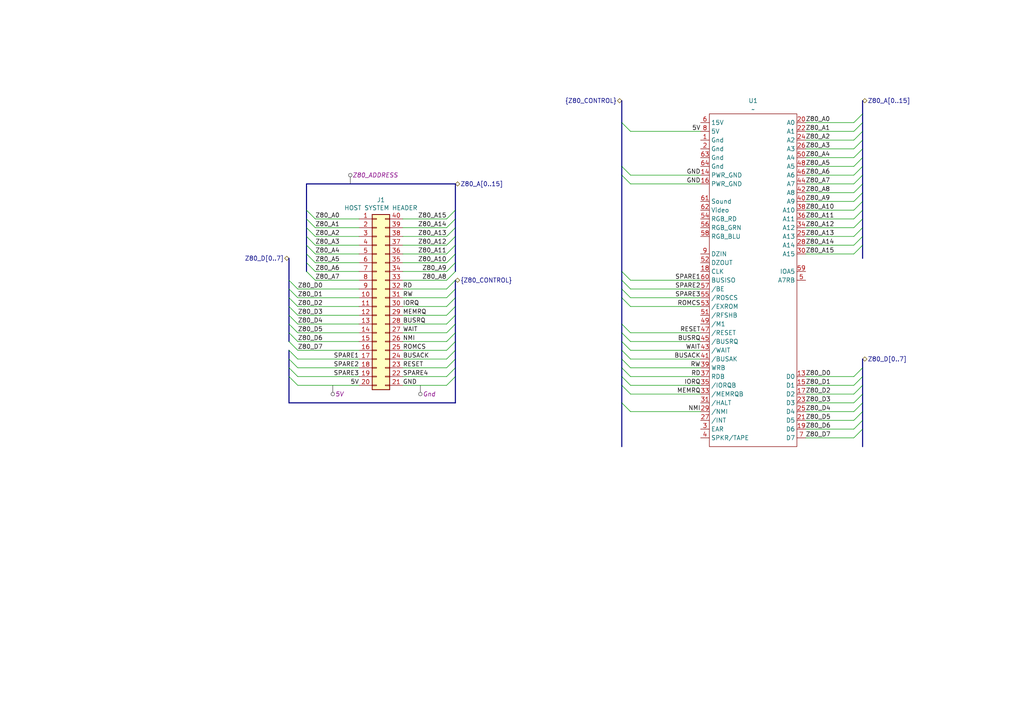
<source format=kicad_sch>
(kicad_sch
	(version 20231120)
	(generator "eeschema")
	(generator_version "8.0")
	(uuid "6ddc226a-d525-48a8-bda5-95f9643534cd")
	(paper "A4")
	(lib_symbols
		(symbol "8bits:TS2068_Header"
			(exclude_from_sim no)
			(in_bom yes)
			(on_board yes)
			(property "Reference" "U"
				(at 0 0 0)
				(effects
					(font
						(size 1.27 1.27)
					)
				)
			)
			(property "Value" ""
				(at 0 0 0)
				(effects
					(font
						(size 1.27 1.27)
					)
				)
			)
			(property "Footprint" ""
				(at 0 0 0)
				(effects
					(font
						(size 1.27 1.27)
					)
					(hide yes)
				)
			)
			(property "Datasheet" ""
				(at 0 0 0)
				(effects
					(font
						(size 1.27 1.27)
					)
					(hide yes)
				)
			)
			(property "Description" ""
				(at 0 0 0)
				(effects
					(font
						(size 1.27 1.27)
					)
					(hide yes)
				)
			)
			(symbol "TS2068_Header_0_1"
				(rectangle
					(start -12.7 48.26)
					(end 12.7 -48.26)
					(stroke
						(width 0)
						(type default)
					)
					(fill
						(type none)
					)
				)
			)
			(symbol "TS2068_Header_1_1"
				(pin input line
					(at -15.24 40.64 0)
					(length 2.54)
					(name "Gnd"
						(effects
							(font
								(size 1.27 1.27)
							)
						)
					)
					(number "1"
						(effects
							(font
								(size 1.27 1.27)
							)
						)
					)
				)
				(pin input line
					(at 15.24 -27.94 180)
					(length 2.54)
					(name "D0"
						(effects
							(font
								(size 1.27 1.27)
							)
						)
					)
					(number "13"
						(effects
							(font
								(size 1.27 1.27)
							)
						)
					)
				)
				(pin input line
					(at -15.24 30.48 0)
					(length 2.54)
					(name "PWR_GND"
						(effects
							(font
								(size 1.27 1.27)
							)
						)
					)
					(number "14"
						(effects
							(font
								(size 1.27 1.27)
							)
						)
					)
				)
				(pin input line
					(at 15.24 -30.48 180)
					(length 2.54)
					(name "D1"
						(effects
							(font
								(size 1.27 1.27)
							)
						)
					)
					(number "15"
						(effects
							(font
								(size 1.27 1.27)
							)
						)
					)
				)
				(pin input line
					(at -15.24 27.94 0)
					(length 2.54)
					(name "PWR_GND"
						(effects
							(font
								(size 1.27 1.27)
							)
						)
					)
					(number "16"
						(effects
							(font
								(size 1.27 1.27)
							)
						)
					)
				)
				(pin input line
					(at 15.24 -33.02 180)
					(length 2.54)
					(name "D2"
						(effects
							(font
								(size 1.27 1.27)
							)
						)
					)
					(number "17"
						(effects
							(font
								(size 1.27 1.27)
							)
						)
					)
				)
				(pin input line
					(at -15.24 2.54 0)
					(length 2.54)
					(name "CLK"
						(effects
							(font
								(size 1.27 1.27)
							)
						)
					)
					(number "18"
						(effects
							(font
								(size 1.27 1.27)
							)
						)
					)
				)
				(pin input line
					(at 15.24 -43.18 180)
					(length 2.54)
					(name "D6"
						(effects
							(font
								(size 1.27 1.27)
							)
						)
					)
					(number "19"
						(effects
							(font
								(size 1.27 1.27)
							)
						)
					)
				)
				(pin input line
					(at -15.24 38.1 0)
					(length 2.54)
					(name "Gnd"
						(effects
							(font
								(size 1.27 1.27)
							)
						)
					)
					(number "2"
						(effects
							(font
								(size 1.27 1.27)
							)
						)
					)
				)
				(pin input line
					(at 15.24 45.72 180)
					(length 2.54)
					(name "A0"
						(effects
							(font
								(size 1.27 1.27)
							)
						)
					)
					(number "20"
						(effects
							(font
								(size 1.27 1.27)
							)
						)
					)
				)
				(pin input line
					(at 15.24 -40.64 180)
					(length 2.54)
					(name "D5"
						(effects
							(font
								(size 1.27 1.27)
							)
						)
					)
					(number "21"
						(effects
							(font
								(size 1.27 1.27)
							)
						)
					)
				)
				(pin input line
					(at 15.24 43.18 180)
					(length 2.54)
					(name "A1"
						(effects
							(font
								(size 1.27 1.27)
							)
						)
					)
					(number "22"
						(effects
							(font
								(size 1.27 1.27)
							)
						)
					)
				)
				(pin input line
					(at 15.24 -35.56 180)
					(length 2.54)
					(name "D3"
						(effects
							(font
								(size 1.27 1.27)
							)
						)
					)
					(number "23"
						(effects
							(font
								(size 1.27 1.27)
							)
						)
					)
				)
				(pin input line
					(at 15.24 40.64 180)
					(length 2.54)
					(name "A2"
						(effects
							(font
								(size 1.27 1.27)
							)
						)
					)
					(number "24"
						(effects
							(font
								(size 1.27 1.27)
							)
						)
					)
				)
				(pin input line
					(at 15.24 12.7 180)
					(length 2.54)
					(name "A13"
						(effects
							(font
								(size 1.27 1.27)
							)
						)
					)
					(number "25"
						(effects
							(font
								(size 1.27 1.27)
							)
						)
					)
				)
				(pin input line
					(at 15.24 -38.1 180)
					(length 2.54)
					(name "D4"
						(effects
							(font
								(size 1.27 1.27)
							)
						)
					)
					(number "25"
						(effects
							(font
								(size 1.27 1.27)
							)
						)
					)
				)
				(pin input line
					(at 15.24 38.1 180)
					(length 2.54)
					(name "A3"
						(effects
							(font
								(size 1.27 1.27)
							)
						)
					)
					(number "26"
						(effects
							(font
								(size 1.27 1.27)
							)
						)
					)
				)
				(pin input line
					(at -15.24 -40.64 0)
					(length 2.54)
					(name "/INT"
						(effects
							(font
								(size 1.27 1.27)
							)
						)
					)
					(number "27"
						(effects
							(font
								(size 1.27 1.27)
							)
						)
					)
				)
				(pin input line
					(at 15.24 10.16 180)
					(length 2.54)
					(name "A14"
						(effects
							(font
								(size 1.27 1.27)
							)
						)
					)
					(number "28"
						(effects
							(font
								(size 1.27 1.27)
							)
						)
					)
				)
				(pin input line
					(at -15.24 -38.1 0)
					(length 2.54)
					(name "/NMI"
						(effects
							(font
								(size 1.27 1.27)
							)
						)
					)
					(number "29"
						(effects
							(font
								(size 1.27 1.27)
							)
						)
					)
				)
				(pin input line
					(at -15.24 -43.18 0)
					(length 2.54)
					(name "EAR"
						(effects
							(font
								(size 1.27 1.27)
							)
						)
					)
					(number "3"
						(effects
							(font
								(size 1.27 1.27)
							)
						)
					)
				)
				(pin input line
					(at 15.24 7.62 180)
					(length 2.54)
					(name "A15"
						(effects
							(font
								(size 1.27 1.27)
							)
						)
					)
					(number "30"
						(effects
							(font
								(size 1.27 1.27)
							)
						)
					)
				)
				(pin input line
					(at -15.24 -35.56 0)
					(length 2.54)
					(name "/HALT"
						(effects
							(font
								(size 1.27 1.27)
							)
						)
					)
					(number "31"
						(effects
							(font
								(size 1.27 1.27)
							)
						)
					)
				)
				(pin input line
					(at -15.24 -33.02 0)
					(length 2.54)
					(name "/MEMRQB"
						(effects
							(font
								(size 1.27 1.27)
							)
						)
					)
					(number "33"
						(effects
							(font
								(size 1.27 1.27)
							)
						)
					)
				)
				(pin input line
					(at 15.24 15.24 180)
					(length 2.54)
					(name "A12"
						(effects
							(font
								(size 1.27 1.27)
							)
						)
					)
					(number "34"
						(effects
							(font
								(size 1.27 1.27)
							)
						)
					)
				)
				(pin input line
					(at -15.24 -30.48 0)
					(length 2.54)
					(name "/IORQB"
						(effects
							(font
								(size 1.27 1.27)
							)
						)
					)
					(number "35"
						(effects
							(font
								(size 1.27 1.27)
							)
						)
					)
				)
				(pin input line
					(at 15.24 17.78 180)
					(length 2.54)
					(name "A11"
						(effects
							(font
								(size 1.27 1.27)
							)
						)
					)
					(number "36"
						(effects
							(font
								(size 1.27 1.27)
							)
						)
					)
				)
				(pin input line
					(at -15.24 -27.94 0)
					(length 2.54)
					(name "RDB"
						(effects
							(font
								(size 1.27 1.27)
							)
						)
					)
					(number "37"
						(effects
							(font
								(size 1.27 1.27)
							)
						)
					)
				)
				(pin input line
					(at 15.24 20.32 180)
					(length 2.54)
					(name "A10"
						(effects
							(font
								(size 1.27 1.27)
							)
						)
					)
					(number "38"
						(effects
							(font
								(size 1.27 1.27)
							)
						)
					)
				)
				(pin input line
					(at -15.24 -25.4 0)
					(length 2.54)
					(name "WRB"
						(effects
							(font
								(size 1.27 1.27)
							)
						)
					)
					(number "39"
						(effects
							(font
								(size 1.27 1.27)
							)
						)
					)
				)
				(pin input line
					(at -15.24 -45.72 0)
					(length 2.54)
					(name "SPKR/TAPE"
						(effects
							(font
								(size 1.27 1.27)
							)
						)
					)
					(number "4"
						(effects
							(font
								(size 1.27 1.27)
							)
						)
					)
				)
				(pin input line
					(at 15.24 22.86 180)
					(length 2.54)
					(name "A9"
						(effects
							(font
								(size 1.27 1.27)
							)
						)
					)
					(number "40"
						(effects
							(font
								(size 1.27 1.27)
							)
						)
					)
				)
				(pin input line
					(at -15.24 -22.86 0)
					(length 2.54)
					(name "/BUSAK"
						(effects
							(font
								(size 1.27 1.27)
							)
						)
					)
					(number "41"
						(effects
							(font
								(size 1.27 1.27)
							)
						)
					)
				)
				(pin input line
					(at 15.24 25.4 180)
					(length 2.54)
					(name "A8"
						(effects
							(font
								(size 1.27 1.27)
							)
						)
					)
					(number "42"
						(effects
							(font
								(size 1.27 1.27)
							)
						)
					)
				)
				(pin input line
					(at -15.24 -20.32 0)
					(length 2.54)
					(name "/WAIT"
						(effects
							(font
								(size 1.27 1.27)
							)
						)
					)
					(number "43"
						(effects
							(font
								(size 1.27 1.27)
							)
						)
					)
				)
				(pin input line
					(at 15.24 27.94 180)
					(length 2.54)
					(name "A7"
						(effects
							(font
								(size 1.27 1.27)
							)
						)
					)
					(number "44"
						(effects
							(font
								(size 1.27 1.27)
							)
						)
					)
				)
				(pin input line
					(at -15.24 -17.78 0)
					(length 2.54)
					(name "/BUSRQ"
						(effects
							(font
								(size 1.27 1.27)
							)
						)
					)
					(number "45"
						(effects
							(font
								(size 1.27 1.27)
							)
						)
					)
				)
				(pin input line
					(at 15.24 30.48 180)
					(length 2.54)
					(name "A6"
						(effects
							(font
								(size 1.27 1.27)
							)
						)
					)
					(number "46"
						(effects
							(font
								(size 1.27 1.27)
							)
						)
					)
				)
				(pin input line
					(at -15.24 -15.24 0)
					(length 2.54)
					(name "/RESET"
						(effects
							(font
								(size 1.27 1.27)
							)
						)
					)
					(number "47"
						(effects
							(font
								(size 1.27 1.27)
							)
						)
					)
				)
				(pin input line
					(at 15.24 33.02 180)
					(length 2.54)
					(name "A5"
						(effects
							(font
								(size 1.27 1.27)
							)
						)
					)
					(number "48"
						(effects
							(font
								(size 1.27 1.27)
							)
						)
					)
				)
				(pin input line
					(at -15.24 -12.7 0)
					(length 2.54)
					(name "/M1"
						(effects
							(font
								(size 1.27 1.27)
							)
						)
					)
					(number "49"
						(effects
							(font
								(size 1.27 1.27)
							)
						)
					)
				)
				(pin input line
					(at 15.24 0 180)
					(length 2.54)
					(name "A7RB"
						(effects
							(font
								(size 1.27 1.27)
							)
						)
					)
					(number "5"
						(effects
							(font
								(size 1.27 1.27)
							)
						)
					)
				)
				(pin input line
					(at 15.24 35.56 180)
					(length 2.54)
					(name "A4"
						(effects
							(font
								(size 1.27 1.27)
							)
						)
					)
					(number "50"
						(effects
							(font
								(size 1.27 1.27)
							)
						)
					)
				)
				(pin input line
					(at -15.24 -10.16 0)
					(length 2.54)
					(name "/RFSHB"
						(effects
							(font
								(size 1.27 1.27)
							)
						)
					)
					(number "51"
						(effects
							(font
								(size 1.27 1.27)
							)
						)
					)
				)
				(pin input line
					(at -15.24 5.08 0)
					(length 2.54)
					(name "DZOUT"
						(effects
							(font
								(size 1.27 1.27)
							)
						)
					)
					(number "52"
						(effects
							(font
								(size 1.27 1.27)
							)
						)
					)
				)
				(pin input line
					(at -15.24 -7.62 0)
					(length 2.54)
					(name "/EXROM"
						(effects
							(font
								(size 1.27 1.27)
							)
						)
					)
					(number "53"
						(effects
							(font
								(size 1.27 1.27)
							)
						)
					)
				)
				(pin input line
					(at -15.24 17.78 0)
					(length 2.54)
					(name "RGB_RD"
						(effects
							(font
								(size 1.27 1.27)
							)
						)
					)
					(number "54"
						(effects
							(font
								(size 1.27 1.27)
							)
						)
					)
				)
				(pin input line
					(at -15.24 -5.08 0)
					(length 2.54)
					(name "/ROSCS"
						(effects
							(font
								(size 1.27 1.27)
							)
						)
					)
					(number "55"
						(effects
							(font
								(size 1.27 1.27)
							)
						)
					)
				)
				(pin input line
					(at -15.24 15.24 0)
					(length 2.54)
					(name "RGB_GRN"
						(effects
							(font
								(size 1.27 1.27)
							)
						)
					)
					(number "56"
						(effects
							(font
								(size 1.27 1.27)
							)
						)
					)
				)
				(pin input line
					(at -15.24 -2.54 0)
					(length 2.54)
					(name "/BE"
						(effects
							(font
								(size 1.27 1.27)
							)
						)
					)
					(number "57"
						(effects
							(font
								(size 1.27 1.27)
							)
						)
					)
				)
				(pin input line
					(at -15.24 12.7 0)
					(length 2.54)
					(name "RGB_BLU"
						(effects
							(font
								(size 1.27 1.27)
							)
						)
					)
					(number "58"
						(effects
							(font
								(size 1.27 1.27)
							)
						)
					)
				)
				(pin input line
					(at 15.24 2.54 180)
					(length 2.54)
					(name "IOA5"
						(effects
							(font
								(size 1.27 1.27)
							)
						)
					)
					(number "59"
						(effects
							(font
								(size 1.27 1.27)
							)
						)
					)
				)
				(pin input line
					(at -15.24 45.72 0)
					(length 2.54)
					(name "15V"
						(effects
							(font
								(size 1.27 1.27)
							)
						)
					)
					(number "6"
						(effects
							(font
								(size 1.27 1.27)
							)
						)
					)
				)
				(pin input line
					(at -15.24 0 0)
					(length 2.54)
					(name "BUSISO"
						(effects
							(font
								(size 1.27 1.27)
							)
						)
					)
					(number "60"
						(effects
							(font
								(size 1.27 1.27)
							)
						)
					)
				)
				(pin input line
					(at -15.24 22.86 0)
					(length 2.54)
					(name "Sound"
						(effects
							(font
								(size 1.27 1.27)
							)
						)
					)
					(number "61"
						(effects
							(font
								(size 1.27 1.27)
							)
						)
					)
				)
				(pin input line
					(at -15.24 20.32 0)
					(length 2.54)
					(name "Video"
						(effects
							(font
								(size 1.27 1.27)
							)
						)
					)
					(number "62"
						(effects
							(font
								(size 1.27 1.27)
							)
						)
					)
				)
				(pin input line
					(at -15.24 35.56 0)
					(length 2.54)
					(name "Gnd"
						(effects
							(font
								(size 1.27 1.27)
							)
						)
					)
					(number "63"
						(effects
							(font
								(size 1.27 1.27)
							)
						)
					)
				)
				(pin input line
					(at -15.24 33.02 0)
					(length 2.54)
					(name "Gnd"
						(effects
							(font
								(size 1.27 1.27)
							)
						)
					)
					(number "64"
						(effects
							(font
								(size 1.27 1.27)
							)
						)
					)
				)
				(pin input line
					(at 15.24 -45.72 180)
					(length 2.54)
					(name "D7"
						(effects
							(font
								(size 1.27 1.27)
							)
						)
					)
					(number "7"
						(effects
							(font
								(size 1.27 1.27)
							)
						)
					)
				)
				(pin input line
					(at -15.24 43.18 0)
					(length 2.54)
					(name "5V"
						(effects
							(font
								(size 1.27 1.27)
							)
						)
					)
					(number "8"
						(effects
							(font
								(size 1.27 1.27)
							)
						)
					)
				)
				(pin input line
					(at -15.24 7.62 0)
					(length 2.54)
					(name "DZIN"
						(effects
							(font
								(size 1.27 1.27)
							)
						)
					)
					(number "9"
						(effects
							(font
								(size 1.27 1.27)
							)
						)
					)
				)
			)
		)
		(symbol "Connector_Generic:Conn_02x20_Counter_Clockwise"
			(pin_names
				(offset 1.016) hide)
			(exclude_from_sim no)
			(in_bom yes)
			(on_board yes)
			(property "Reference" "J"
				(at 1.27 25.4 0)
				(effects
					(font
						(size 1.27 1.27)
					)
				)
			)
			(property "Value" "Conn_02x20_Counter_Clockwise"
				(at 1.27 -27.94 0)
				(effects
					(font
						(size 1.27 1.27)
					)
				)
			)
			(property "Footprint" ""
				(at 0 0 0)
				(effects
					(font
						(size 1.27 1.27)
					)
					(hide yes)
				)
			)
			(property "Datasheet" "~"
				(at 0 0 0)
				(effects
					(font
						(size 1.27 1.27)
					)
					(hide yes)
				)
			)
			(property "Description" "Generic connector, double row, 02x20, counter clockwise pin numbering scheme (similar to DIP package numbering), script generated (kicad-library-utils/schlib/autogen/connector/)"
				(at 0 0 0)
				(effects
					(font
						(size 1.27 1.27)
					)
					(hide yes)
				)
			)
			(property "ki_keywords" "connector"
				(at 0 0 0)
				(effects
					(font
						(size 1.27 1.27)
					)
					(hide yes)
				)
			)
			(property "ki_fp_filters" "Connector*:*_2x??_*"
				(at 0 0 0)
				(effects
					(font
						(size 1.27 1.27)
					)
					(hide yes)
				)
			)
			(symbol "Conn_02x20_Counter_Clockwise_1_1"
				(rectangle
					(start -1.27 -25.273)
					(end 0 -25.527)
					(stroke
						(width 0.1524)
						(type default)
					)
					(fill
						(type none)
					)
				)
				(rectangle
					(start -1.27 -22.733)
					(end 0 -22.987)
					(stroke
						(width 0.1524)
						(type default)
					)
					(fill
						(type none)
					)
				)
				(rectangle
					(start -1.27 -20.193)
					(end 0 -20.447)
					(stroke
						(width 0.1524)
						(type default)
					)
					(fill
						(type none)
					)
				)
				(rectangle
					(start -1.27 -17.653)
					(end 0 -17.907)
					(stroke
						(width 0.1524)
						(type default)
					)
					(fill
						(type none)
					)
				)
				(rectangle
					(start -1.27 -15.113)
					(end 0 -15.367)
					(stroke
						(width 0.1524)
						(type default)
					)
					(fill
						(type none)
					)
				)
				(rectangle
					(start -1.27 -12.573)
					(end 0 -12.827)
					(stroke
						(width 0.1524)
						(type default)
					)
					(fill
						(type none)
					)
				)
				(rectangle
					(start -1.27 -10.033)
					(end 0 -10.287)
					(stroke
						(width 0.1524)
						(type default)
					)
					(fill
						(type none)
					)
				)
				(rectangle
					(start -1.27 -7.493)
					(end 0 -7.747)
					(stroke
						(width 0.1524)
						(type default)
					)
					(fill
						(type none)
					)
				)
				(rectangle
					(start -1.27 -4.953)
					(end 0 -5.207)
					(stroke
						(width 0.1524)
						(type default)
					)
					(fill
						(type none)
					)
				)
				(rectangle
					(start -1.27 -2.413)
					(end 0 -2.667)
					(stroke
						(width 0.1524)
						(type default)
					)
					(fill
						(type none)
					)
				)
				(rectangle
					(start -1.27 0.127)
					(end 0 -0.127)
					(stroke
						(width 0.1524)
						(type default)
					)
					(fill
						(type none)
					)
				)
				(rectangle
					(start -1.27 2.667)
					(end 0 2.413)
					(stroke
						(width 0.1524)
						(type default)
					)
					(fill
						(type none)
					)
				)
				(rectangle
					(start -1.27 5.207)
					(end 0 4.953)
					(stroke
						(width 0.1524)
						(type default)
					)
					(fill
						(type none)
					)
				)
				(rectangle
					(start -1.27 7.747)
					(end 0 7.493)
					(stroke
						(width 0.1524)
						(type default)
					)
					(fill
						(type none)
					)
				)
				(rectangle
					(start -1.27 10.287)
					(end 0 10.033)
					(stroke
						(width 0.1524)
						(type default)
					)
					(fill
						(type none)
					)
				)
				(rectangle
					(start -1.27 12.827)
					(end 0 12.573)
					(stroke
						(width 0.1524)
						(type default)
					)
					(fill
						(type none)
					)
				)
				(rectangle
					(start -1.27 15.367)
					(end 0 15.113)
					(stroke
						(width 0.1524)
						(type default)
					)
					(fill
						(type none)
					)
				)
				(rectangle
					(start -1.27 17.907)
					(end 0 17.653)
					(stroke
						(width 0.1524)
						(type default)
					)
					(fill
						(type none)
					)
				)
				(rectangle
					(start -1.27 20.447)
					(end 0 20.193)
					(stroke
						(width 0.1524)
						(type default)
					)
					(fill
						(type none)
					)
				)
				(rectangle
					(start -1.27 22.987)
					(end 0 22.733)
					(stroke
						(width 0.1524)
						(type default)
					)
					(fill
						(type none)
					)
				)
				(rectangle
					(start -1.27 24.13)
					(end 3.81 -26.67)
					(stroke
						(width 0.254)
						(type default)
					)
					(fill
						(type background)
					)
				)
				(rectangle
					(start 3.81 -25.273)
					(end 2.54 -25.527)
					(stroke
						(width 0.1524)
						(type default)
					)
					(fill
						(type none)
					)
				)
				(rectangle
					(start 3.81 -22.733)
					(end 2.54 -22.987)
					(stroke
						(width 0.1524)
						(type default)
					)
					(fill
						(type none)
					)
				)
				(rectangle
					(start 3.81 -20.193)
					(end 2.54 -20.447)
					(stroke
						(width 0.1524)
						(type default)
					)
					(fill
						(type none)
					)
				)
				(rectangle
					(start 3.81 -17.653)
					(end 2.54 -17.907)
					(stroke
						(width 0.1524)
						(type default)
					)
					(fill
						(type none)
					)
				)
				(rectangle
					(start 3.81 -15.113)
					(end 2.54 -15.367)
					(stroke
						(width 0.1524)
						(type default)
					)
					(fill
						(type none)
					)
				)
				(rectangle
					(start 3.81 -12.573)
					(end 2.54 -12.827)
					(stroke
						(width 0.1524)
						(type default)
					)
					(fill
						(type none)
					)
				)
				(rectangle
					(start 3.81 -10.033)
					(end 2.54 -10.287)
					(stroke
						(width 0.1524)
						(type default)
					)
					(fill
						(type none)
					)
				)
				(rectangle
					(start 3.81 -7.493)
					(end 2.54 -7.747)
					(stroke
						(width 0.1524)
						(type default)
					)
					(fill
						(type none)
					)
				)
				(rectangle
					(start 3.81 -4.953)
					(end 2.54 -5.207)
					(stroke
						(width 0.1524)
						(type default)
					)
					(fill
						(type none)
					)
				)
				(rectangle
					(start 3.81 -2.413)
					(end 2.54 -2.667)
					(stroke
						(width 0.1524)
						(type default)
					)
					(fill
						(type none)
					)
				)
				(rectangle
					(start 3.81 0.127)
					(end 2.54 -0.127)
					(stroke
						(width 0.1524)
						(type default)
					)
					(fill
						(type none)
					)
				)
				(rectangle
					(start 3.81 2.667)
					(end 2.54 2.413)
					(stroke
						(width 0.1524)
						(type default)
					)
					(fill
						(type none)
					)
				)
				(rectangle
					(start 3.81 5.207)
					(end 2.54 4.953)
					(stroke
						(width 0.1524)
						(type default)
					)
					(fill
						(type none)
					)
				)
				(rectangle
					(start 3.81 7.747)
					(end 2.54 7.493)
					(stroke
						(width 0.1524)
						(type default)
					)
					(fill
						(type none)
					)
				)
				(rectangle
					(start 3.81 10.287)
					(end 2.54 10.033)
					(stroke
						(width 0.1524)
						(type default)
					)
					(fill
						(type none)
					)
				)
				(rectangle
					(start 3.81 12.827)
					(end 2.54 12.573)
					(stroke
						(width 0.1524)
						(type default)
					)
					(fill
						(type none)
					)
				)
				(rectangle
					(start 3.81 15.367)
					(end 2.54 15.113)
					(stroke
						(width 0.1524)
						(type default)
					)
					(fill
						(type none)
					)
				)
				(rectangle
					(start 3.81 17.907)
					(end 2.54 17.653)
					(stroke
						(width 0.1524)
						(type default)
					)
					(fill
						(type none)
					)
				)
				(rectangle
					(start 3.81 20.447)
					(end 2.54 20.193)
					(stroke
						(width 0.1524)
						(type default)
					)
					(fill
						(type none)
					)
				)
				(rectangle
					(start 3.81 22.987)
					(end 2.54 22.733)
					(stroke
						(width 0.1524)
						(type default)
					)
					(fill
						(type none)
					)
				)
				(pin passive line
					(at -5.08 22.86 0)
					(length 3.81)
					(name "Pin_1"
						(effects
							(font
								(size 1.27 1.27)
							)
						)
					)
					(number "1"
						(effects
							(font
								(size 1.27 1.27)
							)
						)
					)
				)
				(pin passive line
					(at -5.08 0 0)
					(length 3.81)
					(name "Pin_10"
						(effects
							(font
								(size 1.27 1.27)
							)
						)
					)
					(number "10"
						(effects
							(font
								(size 1.27 1.27)
							)
						)
					)
				)
				(pin passive line
					(at -5.08 -2.54 0)
					(length 3.81)
					(name "Pin_11"
						(effects
							(font
								(size 1.27 1.27)
							)
						)
					)
					(number "11"
						(effects
							(font
								(size 1.27 1.27)
							)
						)
					)
				)
				(pin passive line
					(at -5.08 -5.08 0)
					(length 3.81)
					(name "Pin_12"
						(effects
							(font
								(size 1.27 1.27)
							)
						)
					)
					(number "12"
						(effects
							(font
								(size 1.27 1.27)
							)
						)
					)
				)
				(pin passive line
					(at -5.08 -7.62 0)
					(length 3.81)
					(name "Pin_13"
						(effects
							(font
								(size 1.27 1.27)
							)
						)
					)
					(number "13"
						(effects
							(font
								(size 1.27 1.27)
							)
						)
					)
				)
				(pin passive line
					(at -5.08 -10.16 0)
					(length 3.81)
					(name "Pin_14"
						(effects
							(font
								(size 1.27 1.27)
							)
						)
					)
					(number "14"
						(effects
							(font
								(size 1.27 1.27)
							)
						)
					)
				)
				(pin passive line
					(at -5.08 -12.7 0)
					(length 3.81)
					(name "Pin_15"
						(effects
							(font
								(size 1.27 1.27)
							)
						)
					)
					(number "15"
						(effects
							(font
								(size 1.27 1.27)
							)
						)
					)
				)
				(pin passive line
					(at -5.08 -15.24 0)
					(length 3.81)
					(name "Pin_16"
						(effects
							(font
								(size 1.27 1.27)
							)
						)
					)
					(number "16"
						(effects
							(font
								(size 1.27 1.27)
							)
						)
					)
				)
				(pin passive line
					(at -5.08 -17.78 0)
					(length 3.81)
					(name "Pin_17"
						(effects
							(font
								(size 1.27 1.27)
							)
						)
					)
					(number "17"
						(effects
							(font
								(size 1.27 1.27)
							)
						)
					)
				)
				(pin passive line
					(at -5.08 -20.32 0)
					(length 3.81)
					(name "Pin_18"
						(effects
							(font
								(size 1.27 1.27)
							)
						)
					)
					(number "18"
						(effects
							(font
								(size 1.27 1.27)
							)
						)
					)
				)
				(pin passive line
					(at -5.08 -22.86 0)
					(length 3.81)
					(name "Pin_19"
						(effects
							(font
								(size 1.27 1.27)
							)
						)
					)
					(number "19"
						(effects
							(font
								(size 1.27 1.27)
							)
						)
					)
				)
				(pin passive line
					(at -5.08 20.32 0)
					(length 3.81)
					(name "Pin_2"
						(effects
							(font
								(size 1.27 1.27)
							)
						)
					)
					(number "2"
						(effects
							(font
								(size 1.27 1.27)
							)
						)
					)
				)
				(pin passive line
					(at -5.08 -25.4 0)
					(length 3.81)
					(name "Pin_20"
						(effects
							(font
								(size 1.27 1.27)
							)
						)
					)
					(number "20"
						(effects
							(font
								(size 1.27 1.27)
							)
						)
					)
				)
				(pin passive line
					(at 7.62 -25.4 180)
					(length 3.81)
					(name "Pin_21"
						(effects
							(font
								(size 1.27 1.27)
							)
						)
					)
					(number "21"
						(effects
							(font
								(size 1.27 1.27)
							)
						)
					)
				)
				(pin passive line
					(at 7.62 -22.86 180)
					(length 3.81)
					(name "Pin_22"
						(effects
							(font
								(size 1.27 1.27)
							)
						)
					)
					(number "22"
						(effects
							(font
								(size 1.27 1.27)
							)
						)
					)
				)
				(pin passive line
					(at 7.62 -20.32 180)
					(length 3.81)
					(name "Pin_23"
						(effects
							(font
								(size 1.27 1.27)
							)
						)
					)
					(number "23"
						(effects
							(font
								(size 1.27 1.27)
							)
						)
					)
				)
				(pin passive line
					(at 7.62 -17.78 180)
					(length 3.81)
					(name "Pin_24"
						(effects
							(font
								(size 1.27 1.27)
							)
						)
					)
					(number "24"
						(effects
							(font
								(size 1.27 1.27)
							)
						)
					)
				)
				(pin passive line
					(at 7.62 -15.24 180)
					(length 3.81)
					(name "Pin_25"
						(effects
							(font
								(size 1.27 1.27)
							)
						)
					)
					(number "25"
						(effects
							(font
								(size 1.27 1.27)
							)
						)
					)
				)
				(pin passive line
					(at 7.62 -12.7 180)
					(length 3.81)
					(name "Pin_26"
						(effects
							(font
								(size 1.27 1.27)
							)
						)
					)
					(number "26"
						(effects
							(font
								(size 1.27 1.27)
							)
						)
					)
				)
				(pin passive line
					(at 7.62 -10.16 180)
					(length 3.81)
					(name "Pin_27"
						(effects
							(font
								(size 1.27 1.27)
							)
						)
					)
					(number "27"
						(effects
							(font
								(size 1.27 1.27)
							)
						)
					)
				)
				(pin passive line
					(at 7.62 -7.62 180)
					(length 3.81)
					(name "Pin_28"
						(effects
							(font
								(size 1.27 1.27)
							)
						)
					)
					(number "28"
						(effects
							(font
								(size 1.27 1.27)
							)
						)
					)
				)
				(pin passive line
					(at 7.62 -5.08 180)
					(length 3.81)
					(name "Pin_29"
						(effects
							(font
								(size 1.27 1.27)
							)
						)
					)
					(number "29"
						(effects
							(font
								(size 1.27 1.27)
							)
						)
					)
				)
				(pin passive line
					(at -5.08 17.78 0)
					(length 3.81)
					(name "Pin_3"
						(effects
							(font
								(size 1.27 1.27)
							)
						)
					)
					(number "3"
						(effects
							(font
								(size 1.27 1.27)
							)
						)
					)
				)
				(pin passive line
					(at 7.62 -2.54 180)
					(length 3.81)
					(name "Pin_30"
						(effects
							(font
								(size 1.27 1.27)
							)
						)
					)
					(number "30"
						(effects
							(font
								(size 1.27 1.27)
							)
						)
					)
				)
				(pin passive line
					(at 7.62 0 180)
					(length 3.81)
					(name "Pin_31"
						(effects
							(font
								(size 1.27 1.27)
							)
						)
					)
					(number "31"
						(effects
							(font
								(size 1.27 1.27)
							)
						)
					)
				)
				(pin passive line
					(at 7.62 2.54 180)
					(length 3.81)
					(name "Pin_32"
						(effects
							(font
								(size 1.27 1.27)
							)
						)
					)
					(number "32"
						(effects
							(font
								(size 1.27 1.27)
							)
						)
					)
				)
				(pin passive line
					(at 7.62 5.08 180)
					(length 3.81)
					(name "Pin_33"
						(effects
							(font
								(size 1.27 1.27)
							)
						)
					)
					(number "33"
						(effects
							(font
								(size 1.27 1.27)
							)
						)
					)
				)
				(pin passive line
					(at 7.62 7.62 180)
					(length 3.81)
					(name "Pin_34"
						(effects
							(font
								(size 1.27 1.27)
							)
						)
					)
					(number "34"
						(effects
							(font
								(size 1.27 1.27)
							)
						)
					)
				)
				(pin passive line
					(at 7.62 10.16 180)
					(length 3.81)
					(name "Pin_35"
						(effects
							(font
								(size 1.27 1.27)
							)
						)
					)
					(number "35"
						(effects
							(font
								(size 1.27 1.27)
							)
						)
					)
				)
				(pin passive line
					(at 7.62 12.7 180)
					(length 3.81)
					(name "Pin_36"
						(effects
							(font
								(size 1.27 1.27)
							)
						)
					)
					(number "36"
						(effects
							(font
								(size 1.27 1.27)
							)
						)
					)
				)
				(pin passive line
					(at 7.62 15.24 180)
					(length 3.81)
					(name "Pin_37"
						(effects
							(font
								(size 1.27 1.27)
							)
						)
					)
					(number "37"
						(effects
							(font
								(size 1.27 1.27)
							)
						)
					)
				)
				(pin passive line
					(at 7.62 17.78 180)
					(length 3.81)
					(name "Pin_38"
						(effects
							(font
								(size 1.27 1.27)
							)
						)
					)
					(number "38"
						(effects
							(font
								(size 1.27 1.27)
							)
						)
					)
				)
				(pin passive line
					(at 7.62 20.32 180)
					(length 3.81)
					(name "Pin_39"
						(effects
							(font
								(size 1.27 1.27)
							)
						)
					)
					(number "39"
						(effects
							(font
								(size 1.27 1.27)
							)
						)
					)
				)
				(pin passive line
					(at -5.08 15.24 0)
					(length 3.81)
					(name "Pin_4"
						(effects
							(font
								(size 1.27 1.27)
							)
						)
					)
					(number "4"
						(effects
							(font
								(size 1.27 1.27)
							)
						)
					)
				)
				(pin passive line
					(at 7.62 22.86 180)
					(length 3.81)
					(name "Pin_40"
						(effects
							(font
								(size 1.27 1.27)
							)
						)
					)
					(number "40"
						(effects
							(font
								(size 1.27 1.27)
							)
						)
					)
				)
				(pin passive line
					(at -5.08 12.7 0)
					(length 3.81)
					(name "Pin_5"
						(effects
							(font
								(size 1.27 1.27)
							)
						)
					)
					(number "5"
						(effects
							(font
								(size 1.27 1.27)
							)
						)
					)
				)
				(pin passive line
					(at -5.08 10.16 0)
					(length 3.81)
					(name "Pin_6"
						(effects
							(font
								(size 1.27 1.27)
							)
						)
					)
					(number "6"
						(effects
							(font
								(size 1.27 1.27)
							)
						)
					)
				)
				(pin passive line
					(at -5.08 7.62 0)
					(length 3.81)
					(name "Pin_7"
						(effects
							(font
								(size 1.27 1.27)
							)
						)
					)
					(number "7"
						(effects
							(font
								(size 1.27 1.27)
							)
						)
					)
				)
				(pin passive line
					(at -5.08 5.08 0)
					(length 3.81)
					(name "Pin_8"
						(effects
							(font
								(size 1.27 1.27)
							)
						)
					)
					(number "8"
						(effects
							(font
								(size 1.27 1.27)
							)
						)
					)
				)
				(pin passive line
					(at -5.08 2.54 0)
					(length 3.81)
					(name "Pin_9"
						(effects
							(font
								(size 1.27 1.27)
							)
						)
					)
					(number "9"
						(effects
							(font
								(size 1.27 1.27)
							)
						)
					)
				)
			)
		)
	)
	(bus_alias "Z80_CONTROL"
		(members "RD" "RW" "IORQ" "MEMRQ" "BUSRQ" "WAIT" "NMI" "ROMCS" "BUSACK"
			"RESET" "SPARE1" "SPARE2" "SPARE3" "SPARE4" "5V" "GND"
		)
	)
	(bus_entry
		(at 88.9 63.5)
		(size 2.54 2.54)
		(stroke
			(width 0)
			(type default)
		)
		(uuid "011f89aa-d351-4112-b6a1-07b9508cd5aa")
	)
	(bus_entry
		(at 83.82 104.14)
		(size 2.54 2.54)
		(stroke
			(width 0)
			(type default)
		)
		(uuid "02667f67-7ca0-40b1-abd7-334133864609")
	)
	(bus_entry
		(at 250.19 40.64)
		(size -2.54 2.54)
		(stroke
			(width 0)
			(type default)
		)
		(uuid "03d8ec8f-5fd9-4201-a9e6-3af6e87f542f")
	)
	(bus_entry
		(at 88.9 66.04)
		(size 2.54 2.54)
		(stroke
			(width 0)
			(type default)
		)
		(uuid "04b6cee8-4aac-4cba-bceb-734305c7833c")
	)
	(bus_entry
		(at 86.36 96.52)
		(size -2.54 -2.54)
		(stroke
			(width 0)
			(type default)
		)
		(uuid "05c9bb0d-5d12-4d33-bdca-77b0afc2dcbd")
	)
	(bus_entry
		(at 83.82 101.6)
		(size 2.54 2.54)
		(stroke
			(width 0)
			(type default)
		)
		(uuid "08588175-462e-45ea-9d40-4c597db9ca21")
	)
	(bus_entry
		(at 250.19 38.1)
		(size -2.54 2.54)
		(stroke
			(width 0)
			(type default)
		)
		(uuid "1a9f00b5-917c-47f8-b314-355bd6f02c65")
	)
	(bus_entry
		(at 250.19 106.68)
		(size -2.54 2.54)
		(stroke
			(width 0)
			(type default)
		)
		(uuid "1ad8e4f1-a9ac-4e16-a889-b8217958da1d")
	)
	(bus_entry
		(at 86.36 88.9)
		(size -2.54 -2.54)
		(stroke
			(width 0)
			(type default)
		)
		(uuid "1e80cebe-9073-42c9-b214-99f9b557b1d7")
	)
	(bus_entry
		(at 180.34 99.06)
		(size 2.54 2.54)
		(stroke
			(width 0)
			(type default)
		)
		(uuid "1f44cac2-be50-469c-85ba-7b40e54808ee")
	)
	(bus_entry
		(at 180.34 93.98)
		(size 2.54 2.54)
		(stroke
			(width 0)
			(type default)
		)
		(uuid "1f760a78-4a82-4982-980b-e385bca9fe0c")
	)
	(bus_entry
		(at 83.82 83.82)
		(size 2.54 2.54)
		(stroke
			(width 0)
			(type default)
		)
		(uuid "1f960b9b-e27c-4f46-9641-c2509e015423")
	)
	(bus_entry
		(at 250.19 45.72)
		(size -2.54 2.54)
		(stroke
			(width 0)
			(type default)
		)
		(uuid "209f07d3-ed49-4c5a-b794-5518b70ad42a")
	)
	(bus_entry
		(at 180.34 111.76)
		(size 2.54 2.54)
		(stroke
			(width 0)
			(type default)
		)
		(uuid "20c7ec74-c1d9-455f-8fb9-647da35dd511")
	)
	(bus_entry
		(at 83.82 88.9)
		(size 2.54 2.54)
		(stroke
			(width 0)
			(type default)
		)
		(uuid "240f2e45-9e91-4a01-8e44-f4575619358c")
	)
	(bus_entry
		(at 132.08 63.5)
		(size -2.54 2.54)
		(stroke
			(width 0)
			(type default)
		)
		(uuid "28eeb60f-d6fd-4d4d-b270-3dde1f04cd59")
	)
	(bus_entry
		(at 250.19 109.22)
		(size -2.54 2.54)
		(stroke
			(width 0)
			(type default)
		)
		(uuid "2a8eee50-9b54-45c0-b9f9-750c377a3611")
	)
	(bus_entry
		(at 250.19 114.3)
		(size -2.54 2.54)
		(stroke
			(width 0)
			(type default)
		)
		(uuid "2bbfcd91-8455-4c9e-ac48-8f8abf027dc0")
	)
	(bus_entry
		(at 132.08 99.06)
		(size -2.54 2.54)
		(stroke
			(width 0)
			(type default)
		)
		(uuid "2f510258-15e0-4647-82b7-e78715ab9228")
	)
	(bus_entry
		(at 250.19 68.58)
		(size -2.54 2.54)
		(stroke
			(width 0)
			(type default)
		)
		(uuid "2f8370c5-106f-403e-9c0c-e9544cf93e81")
	)
	(bus_entry
		(at 88.9 78.74)
		(size 2.54 2.54)
		(stroke
			(width 0)
			(type default)
		)
		(uuid "305b9e35-f977-4415-b9e7-723e0d93132b")
	)
	(bus_entry
		(at 180.34 116.84)
		(size 2.54 2.54)
		(stroke
			(width 0)
			(type default)
		)
		(uuid "30bb2069-ef32-4f40-86fd-c22cf2088543")
	)
	(bus_entry
		(at 132.08 96.52)
		(size -2.54 2.54)
		(stroke
			(width 0)
			(type default)
		)
		(uuid "370efbab-6808-48cc-a46e-7447e7ae5e9a")
	)
	(bus_entry
		(at 250.19 119.38)
		(size -2.54 2.54)
		(stroke
			(width 0)
			(type default)
		)
		(uuid "4031e1e1-5bfe-4be8-be8a-3c5fef5bc73d")
	)
	(bus_entry
		(at 250.19 60.96)
		(size -2.54 2.54)
		(stroke
			(width 0)
			(type default)
		)
		(uuid "403b5b55-d6fe-4f4c-bb42-841cf0195109")
	)
	(bus_entry
		(at 132.08 73.66)
		(size -2.54 2.54)
		(stroke
			(width 0)
			(type default)
		)
		(uuid "46924cd7-54a2-46fe-a861-09b020563a79")
	)
	(bus_entry
		(at 250.19 50.8)
		(size -2.54 2.54)
		(stroke
			(width 0)
			(type default)
		)
		(uuid "469691f7-b576-44df-9dbe-d9379b503b8d")
	)
	(bus_entry
		(at 250.19 121.92)
		(size -2.54 2.54)
		(stroke
			(width 0)
			(type default)
		)
		(uuid "4efc1dd8-5234-480e-a41e-36aef040800a")
	)
	(bus_entry
		(at 132.08 78.74)
		(size -2.54 2.54)
		(stroke
			(width 0)
			(type default)
		)
		(uuid "52b88e95-9e07-43c9-982f-240a79da9cab")
	)
	(bus_entry
		(at 83.82 106.68)
		(size 2.54 2.54)
		(stroke
			(width 0)
			(type default)
		)
		(uuid "5cbb7da7-2855-462b-9228-6d21f963d7a2")
	)
	(bus_entry
		(at 132.08 81.28)
		(size -2.54 2.54)
		(stroke
			(width 0)
			(type default)
		)
		(uuid "5e4bd680-14d6-49b7-b72b-32ecc897b5c8")
	)
	(bus_entry
		(at 180.34 81.28)
		(size 2.54 2.54)
		(stroke
			(width 0)
			(type default)
		)
		(uuid "5f359622-933b-4cc9-a4c8-c29506dbe0d5")
	)
	(bus_entry
		(at 132.08 76.2)
		(size -2.54 2.54)
		(stroke
			(width 0)
			(type default)
		)
		(uuid "5f5d5ed4-e68b-4a96-9c9f-8a1e0ae1bcc7")
	)
	(bus_entry
		(at 250.19 48.26)
		(size -2.54 2.54)
		(stroke
			(width 0)
			(type default)
		)
		(uuid "61ba4f1c-fd10-46aa-84e3-ae5316937d0d")
	)
	(bus_entry
		(at 88.9 73.66)
		(size 2.54 2.54)
		(stroke
			(width 0)
			(type default)
		)
		(uuid "66fd950b-1641-4802-84a8-c9eca70c9272")
	)
	(bus_entry
		(at 88.9 60.96)
		(size 2.54 2.54)
		(stroke
			(width 0)
			(type default)
		)
		(uuid "6b8e3766-bf4c-46c4-a824-04b55d250c98")
	)
	(bus_entry
		(at 132.08 101.6)
		(size -2.54 2.54)
		(stroke
			(width 0)
			(type default)
		)
		(uuid "6cd77aaa-8fa3-4598-ad43-7f86fe57a79c")
	)
	(bus_entry
		(at 132.08 66.04)
		(size -2.54 2.54)
		(stroke
			(width 0)
			(type default)
		)
		(uuid "71f4d4ea-b4b7-4086-a286-574872555947")
	)
	(bus_entry
		(at 132.08 71.12)
		(size -2.54 2.54)
		(stroke
			(width 0)
			(type default)
		)
		(uuid "745805c8-4fa6-4d36-9324-2dc9cdaa5ab8")
	)
	(bus_entry
		(at 180.34 83.82)
		(size 2.54 2.54)
		(stroke
			(width 0)
			(type default)
		)
		(uuid "78599b0f-9095-46b0-aab3-e7921a872d7e")
	)
	(bus_entry
		(at 250.19 33.02)
		(size -2.54 2.54)
		(stroke
			(width 0)
			(type default)
		)
		(uuid "7b36289b-dc10-4654-afb8-831471f12727")
	)
	(bus_entry
		(at 250.19 35.56)
		(size -2.54 2.54)
		(stroke
			(width 0)
			(type default)
		)
		(uuid "7b5a4bee-0c42-48dd-a28c-048424608634")
	)
	(bus_entry
		(at 180.34 101.6)
		(size 2.54 2.54)
		(stroke
			(width 0)
			(type default)
		)
		(uuid "848bc5ec-ca06-4047-9986-a0d732aae97e")
	)
	(bus_entry
		(at 180.34 35.56)
		(size 2.54 2.54)
		(stroke
			(width 0)
			(type default)
		)
		(uuid "922d112f-3139-4d16-9b5e-3a17849ed087")
	)
	(bus_entry
		(at 132.08 60.96)
		(size -2.54 2.54)
		(stroke
			(width 0)
			(type default)
		)
		(uuid "97059445-66bd-49d1-8971-1696f1fef0a0")
	)
	(bus_entry
		(at 250.19 111.76)
		(size -2.54 2.54)
		(stroke
			(width 0)
			(type default)
		)
		(uuid "a842c4cb-5544-4e63-96b9-28ec78fb97e7")
	)
	(bus_entry
		(at 250.19 55.88)
		(size -2.54 2.54)
		(stroke
			(width 0)
			(type default)
		)
		(uuid "a8e75f50-6bae-49f8-9a39-5e2515ec76e1")
	)
	(bus_entry
		(at 132.08 106.68)
		(size -2.54 2.54)
		(stroke
			(width 0)
			(type default)
		)
		(uuid "aabb7c73-9021-42c3-95ed-cc59b61d43c1")
	)
	(bus_entry
		(at 250.19 53.34)
		(size -2.54 2.54)
		(stroke
			(width 0)
			(type default)
		)
		(uuid "adcd3e94-52dc-4e76-81cf-5d0bbb92072e")
	)
	(bus_entry
		(at 180.34 50.8)
		(size 2.54 2.54)
		(stroke
			(width 0)
			(type default)
		)
		(uuid "adea6df5-513e-4816-835a-da4735a9799b")
	)
	(bus_entry
		(at 132.08 86.36)
		(size -2.54 2.54)
		(stroke
			(width 0)
			(type default)
		)
		(uuid "aee61b8c-7500-44b0-8e98-99bffa124d44")
	)
	(bus_entry
		(at 250.19 71.12)
		(size -2.54 2.54)
		(stroke
			(width 0)
			(type default)
		)
		(uuid "b21ec7f5-f5fd-4e41-b463-46a38b2e5949")
	)
	(bus_entry
		(at 132.08 83.82)
		(size -2.54 2.54)
		(stroke
			(width 0)
			(type default)
		)
		(uuid "b5276d45-85a9-4b3d-bbca-840a751b1da2")
	)
	(bus_entry
		(at 88.9 71.12)
		(size 2.54 2.54)
		(stroke
			(width 0)
			(type default)
		)
		(uuid "bf1110ff-e6e3-47db-94c1-2312efb3c096")
	)
	(bus_entry
		(at 132.08 68.58)
		(size -2.54 2.54)
		(stroke
			(width 0)
			(type default)
		)
		(uuid "c06cd17c-d443-46bc-b78f-0a8ad78c847f")
	)
	(bus_entry
		(at 83.82 99.06)
		(size 2.54 2.54)
		(stroke
			(width 0)
			(type default)
		)
		(uuid "c102561d-ec46-48b8-87a5-4414ce296ac3")
	)
	(bus_entry
		(at 250.19 116.84)
		(size -2.54 2.54)
		(stroke
			(width 0)
			(type default)
		)
		(uuid "c1f2892e-d89f-49d3-83de-e529eb9f74e7")
	)
	(bus_entry
		(at 180.34 109.22)
		(size 2.54 2.54)
		(stroke
			(width 0)
			(type default)
		)
		(uuid "c5f4041f-4e9d-4b7c-a778-5523e0a1ab06")
	)
	(bus_entry
		(at 250.19 66.04)
		(size -2.54 2.54)
		(stroke
			(width 0)
			(type default)
		)
		(uuid "cc6fd545-f4e6-49c1-951e-2f6936f43b0b")
	)
	(bus_entry
		(at 88.9 68.58)
		(size 2.54 2.54)
		(stroke
			(width 0)
			(type default)
		)
		(uuid "cd92e834-8b9c-4478-84cc-1f64cc989d26")
	)
	(bus_entry
		(at 180.34 106.68)
		(size 2.54 2.54)
		(stroke
			(width 0)
			(type default)
		)
		(uuid "cf487756-9ab1-4aa3-ba78-d2bfdd3baf7b")
	)
	(bus_entry
		(at 180.34 78.74)
		(size 2.54 2.54)
		(stroke
			(width 0)
			(type default)
		)
		(uuid "cf5c02be-3d55-40d1-a4d4-414b2e070ecf")
	)
	(bus_entry
		(at 132.08 93.98)
		(size -2.54 2.54)
		(stroke
			(width 0)
			(type default)
		)
		(uuid "d0bb63a7-d7bf-421b-84b6-5e16491fef49")
	)
	(bus_entry
		(at 250.19 43.18)
		(size -2.54 2.54)
		(stroke
			(width 0)
			(type default)
		)
		(uuid "d225f3ce-4e77-4b5a-a602-47bb4ab3e48f")
	)
	(bus_entry
		(at 132.08 88.9)
		(size -2.54 2.54)
		(stroke
			(width 0)
			(type default)
		)
		(uuid "dda429cb-15b6-4f78-a4d8-88b11188016d")
	)
	(bus_entry
		(at 132.08 104.14)
		(size -2.54 2.54)
		(stroke
			(width 0)
			(type default)
		)
		(uuid "ddca6338-18a6-4bcf-a39f-7442db587a97")
	)
	(bus_entry
		(at 86.36 93.98)
		(size -2.54 -2.54)
		(stroke
			(width 0)
			(type default)
		)
		(uuid "e1572eed-8215-4543-a3b1-51614e8511f8")
	)
	(bus_entry
		(at 86.36 83.82)
		(size -2.54 -2.54)
		(stroke
			(width 0)
			(type default)
		)
		(uuid "e285cc48-7688-49fc-86a6-d56edc848d3c")
	)
	(bus_entry
		(at 88.9 76.2)
		(size 2.54 2.54)
		(stroke
			(width 0)
			(type default)
		)
		(uuid "e342b220-4556-4e1f-b602-d2c2ad4611dc")
	)
	(bus_entry
		(at 132.08 109.22)
		(size -2.54 2.54)
		(stroke
			(width 0)
			(type default)
		)
		(uuid "e46a9993-0ab7-420c-b9a7-f13acaf93389")
	)
	(bus_entry
		(at 180.34 104.14)
		(size 2.54 2.54)
		(stroke
			(width 0)
			(type default)
		)
		(uuid "e5d16510-0ffb-4894-ba55-199cfe3847b6")
	)
	(bus_entry
		(at 83.82 109.22)
		(size 2.54 2.54)
		(stroke
			(width 0)
			(type default)
		)
		(uuid "e6ceae00-9881-4e6a-b842-fddff4457ea0")
	)
	(bus_entry
		(at 250.19 124.46)
		(size -2.54 2.54)
		(stroke
			(width 0)
			(type default)
		)
		(uuid "e796f9db-9d4a-4ac3-932a-35a7fd19841c")
	)
	(bus_entry
		(at 250.19 63.5)
		(size -2.54 2.54)
		(stroke
			(width 0)
			(type default)
		)
		(uuid "ea439894-5610-41f6-a79d-6f9e55b989df")
	)
	(bus_entry
		(at 180.34 48.26)
		(size 2.54 2.54)
		(stroke
			(width 0)
			(type default)
		)
		(uuid "ecee6928-7908-48b5-8a04-71c1d3581bd6")
	)
	(bus_entry
		(at 250.19 58.42)
		(size -2.54 2.54)
		(stroke
			(width 0)
			(type default)
		)
		(uuid "f1450e59-5650-41d2-809a-e1c990c7b9fc")
	)
	(bus_entry
		(at 180.34 96.52)
		(size 2.54 2.54)
		(stroke
			(width 0)
			(type default)
		)
		(uuid "f6ebb7f1-e879-4cde-ac79-7a17148887e7")
	)
	(bus_entry
		(at 83.82 96.52)
		(size 2.54 2.54)
		(stroke
			(width 0)
			(type default)
		)
		(uuid "f912e604-c5e7-4668-b436-5c85707f2c07")
	)
	(bus_entry
		(at 132.08 91.44)
		(size -2.54 2.54)
		(stroke
			(width 0)
			(type default)
		)
		(uuid "fe3935f1-1737-49a6-a78e-2dc87cf6f01b")
	)
	(bus_entry
		(at 180.34 86.36)
		(size 2.54 2.54)
		(stroke
			(width 0)
			(type default)
		)
		(uuid "feda4c6a-0571-4034-b7c3-34e8ce3bea3f")
	)
	(bus
		(pts
			(xy 250.19 29.21) (xy 250.19 33.02)
		)
		(stroke
			(width 0)
			(type default)
		)
		(uuid "029edc24-b12e-4a3c-b564-f0eac4e8fe42")
	)
	(bus
		(pts
			(xy 180.34 48.26) (xy 180.34 50.8)
		)
		(stroke
			(width 0)
			(type default)
		)
		(uuid "02cd4d84-af27-4929-9682-c589513ddbc1")
	)
	(wire
		(pts
			(xy 233.68 121.92) (xy 247.65 121.92)
		)
		(stroke
			(width 0)
			(type default)
		)
		(uuid "03ac2653-3a54-4e4b-adee-ae74826b2ab6")
	)
	(wire
		(pts
			(xy 233.68 119.38) (xy 247.65 119.38)
		)
		(stroke
			(width 0)
			(type default)
		)
		(uuid "05a5b62f-e622-4795-a987-8289acfce478")
	)
	(wire
		(pts
			(xy 233.68 66.04) (xy 247.65 66.04)
		)
		(stroke
			(width 0)
			(type default)
		)
		(uuid "0a9a36ec-4d82-46db-9711-75e936bcd153")
	)
	(wire
		(pts
			(xy 233.68 48.26) (xy 247.65 48.26)
		)
		(stroke
			(width 0)
			(type default)
		)
		(uuid "0ac32523-3db3-4b26-9d73-b58ec1955d0a")
	)
	(bus
		(pts
			(xy 180.34 83.82) (xy 180.34 86.36)
		)
		(stroke
			(width 0)
			(type default)
		)
		(uuid "0be73e7d-7027-4d64-801a-636f5791f75d")
	)
	(bus
		(pts
			(xy 132.08 73.66) (xy 132.08 76.2)
		)
		(stroke
			(width 0)
			(type default)
		)
		(uuid "0cfbfcb9-f9e4-4619-acbc-ad76df937a7c")
	)
	(bus
		(pts
			(xy 132.08 76.2) (xy 132.08 78.74)
		)
		(stroke
			(width 0)
			(type default)
		)
		(uuid "11305d68-4bdc-4cf2-b211-9c32c750e51a")
	)
	(wire
		(pts
			(xy 182.88 109.22) (xy 203.2 109.22)
		)
		(stroke
			(width 0)
			(type default)
		)
		(uuid "11c91958-31c3-4179-9def-f7b794669ec2")
	)
	(bus
		(pts
			(xy 180.34 109.22) (xy 180.34 111.76)
		)
		(stroke
			(width 0)
			(type default)
		)
		(uuid "153595c2-30c2-42e4-8c3b-c66004ab624f")
	)
	(wire
		(pts
			(xy 233.68 71.12) (xy 247.65 71.12)
		)
		(stroke
			(width 0)
			(type default)
		)
		(uuid "164f81bd-ac2b-4677-9966-a653dac91a9e")
	)
	(bus
		(pts
			(xy 250.19 48.26) (xy 250.19 50.8)
		)
		(stroke
			(width 0)
			(type default)
		)
		(uuid "17150fcf-aa95-4bbf-af75-5aee2f658ba7")
	)
	(bus
		(pts
			(xy 83.82 74.93) (xy 83.82 81.28)
		)
		(stroke
			(width 0)
			(type default)
		)
		(uuid "19cd5adb-c8c6-4132-9eb6-562d34f8036a")
	)
	(bus
		(pts
			(xy 83.82 83.82) (xy 83.82 86.36)
		)
		(stroke
			(width 0)
			(type default)
		)
		(uuid "1b03f51c-4b93-4e4e-afd3-6f1a0fef85bf")
	)
	(bus
		(pts
			(xy 250.19 35.56) (xy 250.19 38.1)
		)
		(stroke
			(width 0)
			(type default)
		)
		(uuid "1b065c04-7c08-4e49-bf69-825aa91e38bd")
	)
	(wire
		(pts
			(xy 116.84 78.74) (xy 129.54 78.74)
		)
		(stroke
			(width 0)
			(type default)
		)
		(uuid "1b727339-4f25-4734-9efb-ecd371a447be")
	)
	(wire
		(pts
			(xy 104.14 99.06) (xy 86.36 99.06)
		)
		(stroke
			(width 0)
			(type default)
		)
		(uuid "1c07c331-ecc8-4f38-a59f-46361952344c")
	)
	(bus
		(pts
			(xy 132.08 60.96) (xy 132.08 63.5)
		)
		(stroke
			(width 0)
			(type default)
		)
		(uuid "1c92e426-ad95-4cab-9430-140382f9cca4")
	)
	(wire
		(pts
			(xy 233.68 109.22) (xy 247.65 109.22)
		)
		(stroke
			(width 0)
			(type default)
		)
		(uuid "1dc3952b-0449-4dd5-bd9d-237d49a5f220")
	)
	(wire
		(pts
			(xy 91.44 66.04) (xy 104.14 66.04)
		)
		(stroke
			(width 0)
			(type default)
		)
		(uuid "1e6454b4-8d56-4bce-9f47-8ead0beb57b9")
	)
	(wire
		(pts
			(xy 129.54 66.04) (xy 116.84 66.04)
		)
		(stroke
			(width 0)
			(type default)
		)
		(uuid "1ea47f4e-a349-4e05-8e21-d1004be96df2")
	)
	(bus
		(pts
			(xy 250.19 38.1) (xy 250.19 40.64)
		)
		(stroke
			(width 0)
			(type default)
		)
		(uuid "1fb7c009-f0f4-4486-a25b-73c2cc63336e")
	)
	(bus
		(pts
			(xy 250.19 66.04) (xy 250.19 68.58)
		)
		(stroke
			(width 0)
			(type default)
		)
		(uuid "2073ddc5-f356-4ea0-9916-d18131dbf027")
	)
	(bus
		(pts
			(xy 250.19 45.72) (xy 250.19 48.26)
		)
		(stroke
			(width 0)
			(type default)
		)
		(uuid "244ee81d-e80c-443a-b48a-475940f185dc")
	)
	(bus
		(pts
			(xy 250.19 55.88) (xy 250.19 58.42)
		)
		(stroke
			(width 0)
			(type default)
		)
		(uuid "24fa4206-a715-425b-9348-9380054f9728")
	)
	(wire
		(pts
			(xy 182.88 86.36) (xy 203.2 86.36)
		)
		(stroke
			(width 0)
			(type default)
		)
		(uuid "25c94931-7929-405f-a1d7-1f8b5d3f6261")
	)
	(wire
		(pts
			(xy 233.68 63.5) (xy 247.65 63.5)
		)
		(stroke
			(width 0)
			(type default)
		)
		(uuid "25e654df-913b-4f85-9d61-c73af6ac47c6")
	)
	(bus
		(pts
			(xy 180.34 81.28) (xy 180.34 83.82)
		)
		(stroke
			(width 0)
			(type default)
		)
		(uuid "26862ff1-d660-433b-aa8c-3cf6b1d6cfa5")
	)
	(bus
		(pts
			(xy 83.82 101.6) (xy 83.82 104.14)
		)
		(stroke
			(width 0)
			(type default)
		)
		(uuid "2793e23e-556e-445a-9bd1-927da0ccbd27")
	)
	(wire
		(pts
			(xy 116.84 109.22) (xy 129.54 109.22)
		)
		(stroke
			(width 0)
			(type default)
		)
		(uuid "2b1a1151-de14-4eae-94b9-5401e9a66435")
	)
	(bus
		(pts
			(xy 250.19 106.68) (xy 250.19 109.22)
		)
		(stroke
			(width 0)
			(type default)
		)
		(uuid "2df3c6b1-6d17-49e6-b68f-a71dbe4635c6")
	)
	(wire
		(pts
			(xy 233.68 127) (xy 247.65 127)
		)
		(stroke
			(width 0)
			(type default)
		)
		(uuid "2e1c1c38-c983-466e-bae4-e9da02dee28a")
	)
	(bus
		(pts
			(xy 250.19 50.8) (xy 250.19 53.34)
		)
		(stroke
			(width 0)
			(type default)
		)
		(uuid "2f4251ff-e323-412c-88bc-0feeab7c7b3b")
	)
	(wire
		(pts
			(xy 182.88 111.76) (xy 203.2 111.76)
		)
		(stroke
			(width 0)
			(type default)
		)
		(uuid "34e09e30-6209-4d5a-9316-e6be1ba7d37d")
	)
	(wire
		(pts
			(xy 233.68 73.66) (xy 247.65 73.66)
		)
		(stroke
			(width 0)
			(type default)
		)
		(uuid "34e41116-9b15-455f-a755-4016eb67bb1e")
	)
	(bus
		(pts
			(xy 88.9 76.2) (xy 88.9 78.74)
		)
		(stroke
			(width 0)
			(type default)
		)
		(uuid "35255ae6-716a-4f72-b620-5698d5948dd3")
	)
	(bus
		(pts
			(xy 250.19 43.18) (xy 250.19 45.72)
		)
		(stroke
			(width 0)
			(type default)
		)
		(uuid "35521f73-b8fa-4cab-9664-b5d6bc6b5452")
	)
	(bus
		(pts
			(xy 132.08 63.5) (xy 132.08 66.04)
		)
		(stroke
			(width 0)
			(type default)
		)
		(uuid "35b13726-3e1e-4aa9-a37c-2e8df622ba98")
	)
	(bus
		(pts
			(xy 250.19 119.38) (xy 250.19 121.92)
		)
		(stroke
			(width 0)
			(type default)
		)
		(uuid "383c1bed-e5a5-4570-aa47-ff99b6087b88")
	)
	(bus
		(pts
			(xy 250.19 114.3) (xy 250.19 116.84)
		)
		(stroke
			(width 0)
			(type default)
		)
		(uuid "38744a5f-ae38-4bc2-8e22-96d324845058")
	)
	(wire
		(pts
			(xy 91.44 63.5) (xy 104.14 63.5)
		)
		(stroke
			(width 0)
			(type default)
		)
		(uuid "392aeea2-b579-46ba-9d64-7ac4f42b2f56")
	)
	(wire
		(pts
			(xy 233.68 50.8) (xy 247.65 50.8)
		)
		(stroke
			(width 0)
			(type default)
		)
		(uuid "3965e765-bddd-4f8e-9c4f-d475991c1c10")
	)
	(bus
		(pts
			(xy 83.82 91.44) (xy 83.82 93.98)
		)
		(stroke
			(width 0)
			(type default)
		)
		(uuid "3a34fc9c-4aa1-410c-a7a2-a834dacee18b")
	)
	(bus
		(pts
			(xy 132.08 88.9) (xy 132.08 91.44)
		)
		(stroke
			(width 0)
			(type default)
		)
		(uuid "3e6ab21e-008a-4e11-91b9-0341b6151084")
	)
	(wire
		(pts
			(xy 86.36 111.76) (xy 104.14 111.76)
		)
		(stroke
			(width 0)
			(type default)
		)
		(uuid "3fc863c7-ff68-41e8-852b-b2338343c4be")
	)
	(wire
		(pts
			(xy 129.54 81.28) (xy 116.84 81.28)
		)
		(stroke
			(width 0)
			(type default)
		)
		(uuid "40eb9b7e-213b-4a6d-a4d4-dd4a0fd2a523")
	)
	(wire
		(pts
			(xy 116.84 93.98) (xy 129.54 93.98)
		)
		(stroke
			(width 0)
			(type default)
		)
		(uuid "4223dcbf-6752-4bdf-b969-4805ab1e2ec8")
	)
	(bus
		(pts
			(xy 88.9 60.96) (xy 88.9 63.5)
		)
		(stroke
			(width 0)
			(type default)
		)
		(uuid "438e6e76-fdab-4114-a0de-5790ef6313f3")
	)
	(wire
		(pts
			(xy 182.88 83.82) (xy 203.2 83.82)
		)
		(stroke
			(width 0)
			(type default)
		)
		(uuid "43b78076-1065-490c-adf0-37bed9b74f10")
	)
	(wire
		(pts
			(xy 233.68 35.56) (xy 247.65 35.56)
		)
		(stroke
			(width 0)
			(type default)
		)
		(uuid "4579058c-454a-4f8b-a1e6-3e3b7e7c6ea7")
	)
	(bus
		(pts
			(xy 250.19 104.14) (xy 250.19 106.68)
		)
		(stroke
			(width 0)
			(type default)
		)
		(uuid "471aa6dd-0118-4659-8a63-3912adc2567d")
	)
	(bus
		(pts
			(xy 180.34 111.76) (xy 180.34 116.84)
		)
		(stroke
			(width 0)
			(type default)
		)
		(uuid "47fad841-ae3c-490d-80cb-3e6c7f7fd4c1")
	)
	(wire
		(pts
			(xy 104.14 93.98) (xy 86.36 93.98)
		)
		(stroke
			(width 0)
			(type default)
		)
		(uuid "48580b6a-7b87-4c94-9d0e-106edc84abb5")
	)
	(wire
		(pts
			(xy 182.88 96.52) (xy 203.2 96.52)
		)
		(stroke
			(width 0)
			(type default)
		)
		(uuid "4a1c0ef2-fd3a-4311-bbe5-3366b433f3d4")
	)
	(bus
		(pts
			(xy 250.19 40.64) (xy 250.19 43.18)
		)
		(stroke
			(width 0)
			(type default)
		)
		(uuid "4b2be89d-757d-4e92-aebd-b657fe496c17")
	)
	(wire
		(pts
			(xy 116.84 96.52) (xy 129.54 96.52)
		)
		(stroke
			(width 0)
			(type default)
		)
		(uuid "4beb6af8-40e4-4729-ba93-939171d3b855")
	)
	(bus
		(pts
			(xy 83.82 109.22) (xy 83.82 116.84)
		)
		(stroke
			(width 0)
			(type default)
		)
		(uuid "52530cc9-9948-41c6-b2a5-b2f932f722f5")
	)
	(wire
		(pts
			(xy 104.14 91.44) (xy 86.36 91.44)
		)
		(stroke
			(width 0)
			(type default)
		)
		(uuid "53d8c0fb-eee9-4a58-9321-e702ed628acf")
	)
	(wire
		(pts
			(xy 91.44 71.12) (xy 104.14 71.12)
		)
		(stroke
			(width 0)
			(type default)
		)
		(uuid "547d4471-b387-4504-acca-a1f029d01b1d")
	)
	(wire
		(pts
			(xy 116.84 83.82) (xy 129.54 83.82)
		)
		(stroke
			(width 0)
			(type default)
		)
		(uuid "553b7075-84bf-46ab-81fe-b62ce48a731b")
	)
	(wire
		(pts
			(xy 233.68 53.34) (xy 247.65 53.34)
		)
		(stroke
			(width 0)
			(type default)
		)
		(uuid "554056cb-53f8-4b5f-ac6f-0452774f49f5")
	)
	(bus
		(pts
			(xy 132.08 71.12) (xy 132.08 73.66)
		)
		(stroke
			(width 0)
			(type default)
		)
		(uuid "570ffebc-85d7-4338-82c9-3dd536d32d9a")
	)
	(bus
		(pts
			(xy 83.82 86.36) (xy 83.82 88.9)
		)
		(stroke
			(width 0)
			(type default)
		)
		(uuid "5733b54a-33bd-4269-b4be-70fc82318cde")
	)
	(wire
		(pts
			(xy 182.88 114.3) (xy 203.2 114.3)
		)
		(stroke
			(width 0)
			(type default)
		)
		(uuid "57b307bf-1ada-4dec-a17b-603ffa2ae810")
	)
	(wire
		(pts
			(xy 91.44 76.2) (xy 104.14 76.2)
		)
		(stroke
			(width 0)
			(type default)
		)
		(uuid "59ab5d5f-f307-4b63-a171-710875af7df0")
	)
	(wire
		(pts
			(xy 104.14 83.82) (xy 86.36 83.82)
		)
		(stroke
			(width 0)
			(type default)
		)
		(uuid "5a92a0b8-7d98-48eb-8317-25c3e3f69973")
	)
	(bus
		(pts
			(xy 132.08 91.44) (xy 132.08 93.98)
		)
		(stroke
			(width 0)
			(type default)
		)
		(uuid "5abee375-03bc-4172-b4ea-2d0e2f4dd03f")
	)
	(wire
		(pts
			(xy 104.14 81.28) (xy 91.44 81.28)
		)
		(stroke
			(width 0)
			(type default)
		)
		(uuid "5af3af2a-389b-4288-8de9-dee3ab138ece")
	)
	(bus
		(pts
			(xy 250.19 60.96) (xy 250.19 63.5)
		)
		(stroke
			(width 0)
			(type default)
		)
		(uuid "5bc9f387-4d41-4010-b90c-381e6bba6160")
	)
	(wire
		(pts
			(xy 116.84 63.5) (xy 129.54 63.5)
		)
		(stroke
			(width 0)
			(type default)
		)
		(uuid "5d3ab8f9-dd70-4d1b-8fb5-6f084cb4cce6")
	)
	(wire
		(pts
			(xy 104.14 73.66) (xy 91.44 73.66)
		)
		(stroke
			(width 0)
			(type default)
		)
		(uuid "61bd5766-2703-4adc-bb8f-9665074a7fbd")
	)
	(bus
		(pts
			(xy 180.34 96.52) (xy 180.34 99.06)
		)
		(stroke
			(width 0)
			(type default)
		)
		(uuid "62626de7-30a3-4402-bc4a-afa5a4adb023")
	)
	(wire
		(pts
			(xy 116.84 88.9) (xy 129.54 88.9)
		)
		(stroke
			(width 0)
			(type default)
		)
		(uuid "649de66e-ca96-42ec-91fe-058ebd402b68")
	)
	(bus
		(pts
			(xy 83.82 81.28) (xy 83.82 83.82)
		)
		(stroke
			(width 0)
			(type default)
		)
		(uuid "667f9fdd-1004-4cda-b4b3-e9725d7238f3")
	)
	(wire
		(pts
			(xy 104.14 86.36) (xy 86.36 86.36)
		)
		(stroke
			(width 0)
			(type default)
		)
		(uuid "66a3e195-c0ed-471e-8d49-d32da0219dc2")
	)
	(bus
		(pts
			(xy 180.34 35.56) (xy 180.34 48.26)
		)
		(stroke
			(width 0)
			(type default)
		)
		(uuid "6766ab72-6982-416f-9c2f-ace370b648fe")
	)
	(bus
		(pts
			(xy 180.34 93.98) (xy 180.34 96.52)
		)
		(stroke
			(width 0)
			(type default)
		)
		(uuid "68cbd5d5-586a-44bd-a237-97f7c75a39ac")
	)
	(bus
		(pts
			(xy 88.9 68.58) (xy 88.9 71.12)
		)
		(stroke
			(width 0)
			(type default)
		)
		(uuid "6a67b5a7-ad80-46a6-8311-ff692fc91fa6")
	)
	(wire
		(pts
			(xy 233.68 111.76) (xy 247.65 111.76)
		)
		(stroke
			(width 0)
			(type default)
		)
		(uuid "6b147350-80fe-4032-a625-ab789e302633")
	)
	(bus
		(pts
			(xy 180.34 50.8) (xy 180.34 78.74)
		)
		(stroke
			(width 0)
			(type default)
		)
		(uuid "70c565d0-1863-4b5c-841c-2c7e2dd541d9")
	)
	(wire
		(pts
			(xy 233.68 58.42) (xy 247.65 58.42)
		)
		(stroke
			(width 0)
			(type default)
		)
		(uuid "72cb3fe1-b0b2-49a8-beb2-1bc684e6e680")
	)
	(bus
		(pts
			(xy 88.9 66.04) (xy 88.9 68.58)
		)
		(stroke
			(width 0)
			(type default)
		)
		(uuid "74bffb88-2010-443c-836f-647202c96b5f")
	)
	(bus
		(pts
			(xy 132.08 83.82) (xy 132.08 86.36)
		)
		(stroke
			(width 0)
			(type default)
		)
		(uuid "77278a51-4bc7-4e39-b8aa-5a4e05e4a211")
	)
	(wire
		(pts
			(xy 86.36 106.68) (xy 104.14 106.68)
		)
		(stroke
			(width 0)
			(type default)
		)
		(uuid "773fe0d8-dcd3-41d6-ba7c-853ccb865939")
	)
	(wire
		(pts
			(xy 86.36 109.22) (xy 104.14 109.22)
		)
		(stroke
			(width 0)
			(type default)
		)
		(uuid "77a1b54a-8ede-41ec-b32a-185d731af260")
	)
	(bus
		(pts
			(xy 83.82 88.9) (xy 83.82 91.44)
		)
		(stroke
			(width 0)
			(type default)
		)
		(uuid "78b64aba-7637-4982-80f3-bb9c2ae5c191")
	)
	(bus
		(pts
			(xy 132.08 53.34) (xy 132.08 60.96)
		)
		(stroke
			(width 0)
			(type default)
		)
		(uuid "78d1a869-dafd-43c9-9bc6-583b29122af0")
	)
	(wire
		(pts
			(xy 116.84 106.68) (xy 129.54 106.68)
		)
		(stroke
			(width 0)
			(type default)
		)
		(uuid "7906ba07-1d3f-4fb1-a14d-097b2baaaba8")
	)
	(wire
		(pts
			(xy 116.84 73.66) (xy 129.54 73.66)
		)
		(stroke
			(width 0)
			(type default)
		)
		(uuid "7c77da5d-d0b0-44a4-ab1d-97c4164e845e")
	)
	(bus
		(pts
			(xy 250.19 58.42) (xy 250.19 60.96)
		)
		(stroke
			(width 0)
			(type default)
		)
		(uuid "7e364933-d4d6-4f75-b31a-01487e6b36b6")
	)
	(wire
		(pts
			(xy 104.14 101.6) (xy 86.36 101.6)
		)
		(stroke
			(width 0)
			(type default)
		)
		(uuid "8548a761-05a8-4d58-9e68-cb83dba3a6e9")
	)
	(wire
		(pts
			(xy 116.84 104.14) (xy 129.54 104.14)
		)
		(stroke
			(width 0)
			(type default)
		)
		(uuid "85b1567b-4ae8-4b2a-97cf-6c3357f6bbc7")
	)
	(wire
		(pts
			(xy 233.68 60.96) (xy 247.65 60.96)
		)
		(stroke
			(width 0)
			(type default)
		)
		(uuid "85fcbcf2-4e6b-4534-b954-002fee33d897")
	)
	(wire
		(pts
			(xy 116.84 99.06) (xy 129.54 99.06)
		)
		(stroke
			(width 0)
			(type default)
		)
		(uuid "8621229a-072c-4abb-bdf2-c52245de2b58")
	)
	(bus
		(pts
			(xy 180.34 106.68) (xy 180.34 109.22)
		)
		(stroke
			(width 0)
			(type default)
		)
		(uuid "8a9118e1-92aa-4706-b147-daba4bc95841")
	)
	(wire
		(pts
			(xy 104.14 88.9) (xy 86.36 88.9)
		)
		(stroke
			(width 0)
			(type default)
		)
		(uuid "8bf5ccd0-48a5-4847-a240-2ba2750e7705")
	)
	(bus
		(pts
			(xy 132.08 109.22) (xy 132.08 116.84)
		)
		(stroke
			(width 0)
			(type default)
		)
		(uuid "8c237b13-9af3-4ccb-be84-70b001c2f943")
	)
	(wire
		(pts
			(xy 91.44 78.74) (xy 104.14 78.74)
		)
		(stroke
			(width 0)
			(type default)
		)
		(uuid "8fc79113-b622-4711-9fff-d110b3d83aa9")
	)
	(wire
		(pts
			(xy 233.68 124.46) (xy 247.65 124.46)
		)
		(stroke
			(width 0)
			(type default)
		)
		(uuid "944092fe-e3fb-4f63-b0f1-11ac4a7aeda6")
	)
	(bus
		(pts
			(xy 180.34 104.14) (xy 180.34 106.68)
		)
		(stroke
			(width 0)
			(type default)
		)
		(uuid "97c7a01c-79e3-4258-90db-167a06d14b48")
	)
	(wire
		(pts
			(xy 116.84 91.44) (xy 129.54 91.44)
		)
		(stroke
			(width 0)
			(type default)
		)
		(uuid "99649382-3f48-4064-87b9-3d86b682ffb3")
	)
	(bus
		(pts
			(xy 250.19 68.58) (xy 250.19 71.12)
		)
		(stroke
			(width 0)
			(type default)
		)
		(uuid "9a105389-7a67-4ee1-8e33-9b94d8832c12")
	)
	(bus
		(pts
			(xy 180.34 99.06) (xy 180.34 101.6)
		)
		(stroke
			(width 0)
			(type default)
		)
		(uuid "9c093ff5-8be5-4db0-a55e-18fa52ccb84b")
	)
	(wire
		(pts
			(xy 129.54 76.2) (xy 116.84 76.2)
		)
		(stroke
			(width 0)
			(type default)
		)
		(uuid "9d96d56a-8303-4be6-9a6d-90f27e463ce8")
	)
	(bus
		(pts
			(xy 83.82 93.98) (xy 83.82 96.52)
		)
		(stroke
			(width 0)
			(type default)
		)
		(uuid "a0559acd-3c6a-4d8e-afe2-dfb7cac93c4e")
	)
	(bus
		(pts
			(xy 88.9 73.66) (xy 88.9 76.2)
		)
		(stroke
			(width 0)
			(type default)
		)
		(uuid "a26291fb-bb9e-46a6-ab26-769b5f0bb81a")
	)
	(wire
		(pts
			(xy 116.84 111.76) (xy 129.54 111.76)
		)
		(stroke
			(width 0)
			(type default)
		)
		(uuid "a28745bd-3860-49d6-a61b-402ce82722ab")
	)
	(bus
		(pts
			(xy 132.08 93.98) (xy 132.08 96.52)
		)
		(stroke
			(width 0)
			(type default)
		)
		(uuid "a40a8f64-23df-4084-beca-8a3bcac4065f")
	)
	(bus
		(pts
			(xy 83.82 96.52) (xy 83.82 99.06)
		)
		(stroke
			(width 0)
			(type default)
		)
		(uuid "a5414b52-3d65-4d8d-b0d7-3e45442dfebc")
	)
	(bus
		(pts
			(xy 250.19 53.34) (xy 250.19 55.88)
		)
		(stroke
			(width 0)
			(type default)
		)
		(uuid "a56773b5-a2bf-4789-a17d-298e65036fc1")
	)
	(bus
		(pts
			(xy 83.82 104.14) (xy 83.82 106.68)
		)
		(stroke
			(width 0)
			(type default)
		)
		(uuid "a74197bd-a3f6-497d-a7f9-97743a8d4d0c")
	)
	(bus
		(pts
			(xy 180.34 29.21) (xy 180.34 35.56)
		)
		(stroke
			(width 0)
			(type default)
		)
		(uuid "a9fc2289-5214-4d72-9dfa-91157f99a97a")
	)
	(wire
		(pts
			(xy 182.88 119.38) (xy 203.2 119.38)
		)
		(stroke
			(width 0)
			(type default)
		)
		(uuid "aa57c57f-27ac-428c-835d-d5f10ccec4c0")
	)
	(bus
		(pts
			(xy 180.34 101.6) (xy 180.34 104.14)
		)
		(stroke
			(width 0)
			(type default)
		)
		(uuid "aaa4e50a-ba06-47b7-8011-2c96b784c6a3")
	)
	(wire
		(pts
			(xy 233.68 40.64) (xy 247.65 40.64)
		)
		(stroke
			(width 0)
			(type default)
		)
		(uuid "ad300da1-10ab-464e-8f2d-b569b7f29eba")
	)
	(bus
		(pts
			(xy 88.9 71.12) (xy 88.9 73.66)
		)
		(stroke
			(width 0)
			(type default)
		)
		(uuid "ad580723-d880-425f-8bcf-d60bbd5b1bbe")
	)
	(wire
		(pts
			(xy 182.88 53.34) (xy 203.2 53.34)
		)
		(stroke
			(width 0)
			(type default)
		)
		(uuid "adcea540-c583-4c1f-a9a3-99c71f27908e")
	)
	(bus
		(pts
			(xy 132.08 116.84) (xy 83.82 116.84)
		)
		(stroke
			(width 0)
			(type default)
		)
		(uuid "ae4f750a-a7a4-495b-ba65-c50eee68c652")
	)
	(wire
		(pts
			(xy 182.88 99.06) (xy 203.2 99.06)
		)
		(stroke
			(width 0)
			(type default)
		)
		(uuid "ae841ceb-35d2-4c15-8fbb-3c3731976519")
	)
	(bus
		(pts
			(xy 180.34 116.84) (xy 180.34 129.54)
		)
		(stroke
			(width 0)
			(type default)
		)
		(uuid "af191050-87f0-4533-a14d-7e862b31cf8c")
	)
	(bus
		(pts
			(xy 132.08 96.52) (xy 132.08 99.06)
		)
		(stroke
			(width 0)
			(type default)
		)
		(uuid "afb0c48e-e3e8-40db-af55-9dff8416b463")
	)
	(wire
		(pts
			(xy 116.84 101.6) (xy 129.54 101.6)
		)
		(stroke
			(width 0)
			(type default)
		)
		(uuid "b3589121-2eba-4d2b-a4cd-6f5e6abfe595")
	)
	(bus
		(pts
			(xy 132.08 66.04) (xy 132.08 68.58)
		)
		(stroke
			(width 0)
			(type default)
		)
		(uuid "b3f89808-19cb-4439-a702-16631b045591")
	)
	(bus
		(pts
			(xy 88.9 53.34) (xy 132.08 53.34)
		)
		(stroke
			(width 0)
			(type default)
		)
		(uuid "b4ee453e-f836-4052-8a3e-82eff408ec51")
	)
	(wire
		(pts
			(xy 182.88 50.8) (xy 203.2 50.8)
		)
		(stroke
			(width 0)
			(type default)
		)
		(uuid "b664d82c-48e1-4510-9b86-895b084e5db5")
	)
	(wire
		(pts
			(xy 86.36 104.14) (xy 104.14 104.14)
		)
		(stroke
			(width 0)
			(type default)
		)
		(uuid "b6c16a9a-054c-44c4-8a5e-5f0a60c9b0fa")
	)
	(bus
		(pts
			(xy 132.08 99.06) (xy 132.08 101.6)
		)
		(stroke
			(width 0)
			(type default)
		)
		(uuid "b8ace054-b237-404c-befd-bd80a0c521bc")
	)
	(wire
		(pts
			(xy 182.88 106.68) (xy 203.2 106.68)
		)
		(stroke
			(width 0)
			(type default)
		)
		(uuid "b8d087ae-847b-403f-880f-f79464da4634")
	)
	(wire
		(pts
			(xy 182.88 88.9) (xy 203.2 88.9)
		)
		(stroke
			(width 0)
			(type default)
		)
		(uuid "b8e9d058-acfa-4ee4-ba52-9f235bf94bf8")
	)
	(bus
		(pts
			(xy 250.19 124.46) (xy 250.19 129.54)
		)
		(stroke
			(width 0)
			(type default)
		)
		(uuid "bb9ca910-e2cd-4aad-b3aa-01ee688ad475")
	)
	(bus
		(pts
			(xy 132.08 86.36) (xy 132.08 88.9)
		)
		(stroke
			(width 0)
			(type default)
		)
		(uuid "bea21d56-91ed-4a98-a213-e0352413ef68")
	)
	(wire
		(pts
			(xy 182.88 38.1) (xy 203.2 38.1)
		)
		(stroke
			(width 0)
			(type default)
		)
		(uuid "bef1ec8f-6969-4e1c-ae70-0f9402c39ada")
	)
	(wire
		(pts
			(xy 91.44 68.58) (xy 104.14 68.58)
		)
		(stroke
			(width 0)
			(type default)
		)
		(uuid "bf049735-65e2-4f02-99a4-25f1d6dbf02f")
	)
	(bus
		(pts
			(xy 250.19 63.5) (xy 250.19 66.04)
		)
		(stroke
			(width 0)
			(type default)
		)
		(uuid "c1a31c7f-2a5a-4c86-b866-baff3051721c")
	)
	(bus
		(pts
			(xy 132.08 68.58) (xy 132.08 71.12)
		)
		(stroke
			(width 0)
			(type default)
		)
		(uuid "c72526f1-2a3b-4712-a81e-1c8b0ff6cb60")
	)
	(bus
		(pts
			(xy 132.08 104.14) (xy 132.08 106.68)
		)
		(stroke
			(width 0)
			(type default)
		)
		(uuid "c916cb3a-d7dd-486c-a187-cb9512c6c5d9")
	)
	(wire
		(pts
			(xy 233.68 68.58) (xy 247.65 68.58)
		)
		(stroke
			(width 0)
			(type default)
		)
		(uuid "c9df3286-8f38-4764-b944-9d4e7ee684f6")
	)
	(wire
		(pts
			(xy 116.84 68.58) (xy 129.54 68.58)
		)
		(stroke
			(width 0)
			(type default)
		)
		(uuid "ce9a6425-9a7c-407c-82bc-bbe7447b65ca")
	)
	(bus
		(pts
			(xy 250.19 121.92) (xy 250.19 124.46)
		)
		(stroke
			(width 0)
			(type default)
		)
		(uuid "cefbbf3d-0a99-4512-a9ae-dfb95bf601a4")
	)
	(wire
		(pts
			(xy 233.68 116.84) (xy 247.65 116.84)
		)
		(stroke
			(width 0)
			(type default)
		)
		(uuid "d3fa0d77-aa52-43c8-9a56-8c1b2760cb0d")
	)
	(bus
		(pts
			(xy 250.19 111.76) (xy 250.19 114.3)
		)
		(stroke
			(width 0)
			(type default)
		)
		(uuid "d4cd7dd0-488b-4eed-9ef5-a03bcacedc47")
	)
	(bus
		(pts
			(xy 250.19 33.02) (xy 250.19 35.56)
		)
		(stroke
			(width 0)
			(type default)
		)
		(uuid "d5a0898f-f964-4f96-b9f9-e8a7fc777344")
	)
	(bus
		(pts
			(xy 132.08 81.28) (xy 132.08 83.82)
		)
		(stroke
			(width 0)
			(type default)
		)
		(uuid "db604f24-7b28-4dc4-82fa-765ddfca3f78")
	)
	(wire
		(pts
			(xy 129.54 71.12) (xy 116.84 71.12)
		)
		(stroke
			(width 0)
			(type default)
		)
		(uuid "db6d5159-ad6c-401d-859d-ca38d2fd73fa")
	)
	(bus
		(pts
			(xy 88.9 63.5) (xy 88.9 66.04)
		)
		(stroke
			(width 0)
			(type default)
		)
		(uuid "dd72e23e-9a1c-4ced-b6bd-e717a36a632f")
	)
	(wire
		(pts
			(xy 116.84 86.36) (xy 129.54 86.36)
		)
		(stroke
			(width 0)
			(type default)
		)
		(uuid "defb9f40-c066-4163-b72e-2ab3e3f8b4a4")
	)
	(wire
		(pts
			(xy 233.68 114.3) (xy 247.65 114.3)
		)
		(stroke
			(width 0)
			(type default)
		)
		(uuid "e0513c5f-077f-492a-8b9d-c7e53c4356bf")
	)
	(bus
		(pts
			(xy 88.9 53.34) (xy 88.9 60.96)
		)
		(stroke
			(width 0)
			(type default)
		)
		(uuid "e30bcd5d-4b9f-48e7-b067-ec84a3322b77")
	)
	(bus
		(pts
			(xy 250.19 116.84) (xy 250.19 119.38)
		)
		(stroke
			(width 0)
			(type default)
		)
		(uuid "e3940a79-0bce-471a-a966-9a6e1727701b")
	)
	(wire
		(pts
			(xy 182.88 101.6) (xy 203.2 101.6)
		)
		(stroke
			(width 0)
			(type default)
		)
		(uuid "eabe08db-e120-4119-9644-7dabee29a3c5")
	)
	(bus
		(pts
			(xy 180.34 78.74) (xy 180.34 81.28)
		)
		(stroke
			(width 0)
			(type default)
		)
		(uuid "ee4df2e4-7282-4c14-b688-7e1398ac1335")
	)
	(bus
		(pts
			(xy 132.08 101.6) (xy 132.08 104.14)
		)
		(stroke
			(width 0)
			(type default)
		)
		(uuid "eec2c372-fef3-40fe-ba31-e53a46f5dc09")
	)
	(wire
		(pts
			(xy 182.88 81.28) (xy 203.2 81.28)
		)
		(stroke
			(width 0)
			(type default)
		)
		(uuid "f04da7da-026a-430e-b4f9-2a61914fe61a")
	)
	(wire
		(pts
			(xy 233.68 38.1) (xy 247.65 38.1)
		)
		(stroke
			(width 0)
			(type default)
		)
		(uuid "f11d0bf1-e0a8-436b-b1a5-eab24138e8b1")
	)
	(wire
		(pts
			(xy 233.68 55.88) (xy 247.65 55.88)
		)
		(stroke
			(width 0)
			(type default)
		)
		(uuid "f2b42099-b075-454c-925c-f0307d42dbf5")
	)
	(bus
		(pts
			(xy 180.34 86.36) (xy 180.34 93.98)
		)
		(stroke
			(width 0)
			(type default)
		)
		(uuid "f3f64463-d5d3-429d-8870-95f35d3d3c0e")
	)
	(bus
		(pts
			(xy 132.08 106.68) (xy 132.08 109.22)
		)
		(stroke
			(width 0)
			(type default)
		)
		(uuid "f75cc07c-6f0e-443c-9196-a17ff10ab1bd")
	)
	(bus
		(pts
			(xy 83.82 106.68) (xy 83.82 109.22)
		)
		(stroke
			(width 0)
			(type default)
		)
		(uuid "f8bf0d86-d0af-4249-a31f-3438c78cf67d")
	)
	(bus
		(pts
			(xy 250.19 109.22) (xy 250.19 111.76)
		)
		(stroke
			(width 0)
			(type default)
		)
		(uuid "f921df27-fd05-462d-a25b-fe79e1f61f81")
	)
	(bus
		(pts
			(xy 250.19 71.12) (xy 250.19 74.93)
		)
		(stroke
			(width 0)
			(type default)
		)
		(uuid "f9cb18a6-f056-4d19-b5ea-7fc1775b2c81")
	)
	(wire
		(pts
			(xy 233.68 43.18) (xy 247.65 43.18)
		)
		(stroke
			(width 0)
			(type default)
		)
		(uuid "fcaae000-1003-4223-aacf-bf4041fc9633")
	)
	(wire
		(pts
			(xy 233.68 45.72) (xy 247.65 45.72)
		)
		(stroke
			(width 0)
			(type default)
		)
		(uuid "fd75cf7d-a72b-478f-942b-9723ac035921")
	)
	(wire
		(pts
			(xy 104.14 96.52) (xy 86.36 96.52)
		)
		(stroke
			(width 0)
			(type default)
		)
		(uuid "fe82f916-70e3-4f7b-849b-9425ab5dc7b0")
	)
	(wire
		(pts
			(xy 182.88 104.14) (xy 203.2 104.14)
		)
		(stroke
			(width 0)
			(type default)
		)
		(uuid "ff6bd864-2c37-46b9-be83-2acf9c14c885")
	)
	(label "Z80_D0"
		(at 86.36 83.82 0)
		(fields_autoplaced yes)
		(effects
			(font
				(size 1.27 1.27)
			)
			(justify left bottom)
		)
		(uuid "00dfed25-c456-4618-b502-69ade03dc9c7")
	)
	(label "Z80_D2"
		(at 86.36 88.9 0)
		(fields_autoplaced yes)
		(effects
			(font
				(size 1.27 1.27)
			)
			(justify left bottom)
		)
		(uuid "05d8b766-9637-48d5-a208-f303112cd538")
	)
	(label "Z80_A2"
		(at 233.68 40.64 0)
		(effects
			(font
				(size 1.27 1.27)
			)
			(justify left bottom)
		)
		(uuid "090b6cc9-7793-48e2-8bad-00a814c07a1e")
	)
	(label "RD"
		(at 116.84 83.82 0)
		(fields_autoplaced yes)
		(effects
			(font
				(size 1.27 1.27)
			)
			(justify left bottom)
		)
		(uuid "0f484074-f203-436d-9576-740113f8846e")
	)
	(label "BUSACK"
		(at 203.2 104.14 180)
		(effects
			(font
				(size 1.27 1.27)
			)
			(justify right bottom)
		)
		(uuid "157c1f93-6b90-492d-825a-133ca5792835")
	)
	(label "NMI"
		(at 116.84 99.06 0)
		(fields_autoplaced yes)
		(effects
			(font
				(size 1.27 1.27)
			)
			(justify left bottom)
		)
		(uuid "179d7994-efe9-4b2d-9d5b-479bd8c08aef")
	)
	(label "Z80_A7"
		(at 91.44 81.28 0)
		(fields_autoplaced yes)
		(effects
			(font
				(size 1.27 1.27)
			)
			(justify left bottom)
		)
		(uuid "19360928-fafd-4b2f-b50d-fa1c73a4ae64")
	)
	(label "MEMRQ"
		(at 116.84 91.44 0)
		(fields_autoplaced yes)
		(effects
			(font
				(size 1.27 1.27)
			)
			(justify left bottom)
		)
		(uuid "1ae62e5d-b0ae-46f0-8951-f1fee36e3e68")
	)
	(label "Z80_D7"
		(at 233.68 127 0)
		(effects
			(font
				(size 1.27 1.27)
			)
			(justify left bottom)
		)
		(uuid "1b0b6dc3-8b5a-41aa-9422-b5b3e9ce442a")
	)
	(label "Z80_D3"
		(at 86.36 91.44 0)
		(fields_autoplaced yes)
		(effects
			(font
				(size 1.27 1.27)
			)
			(justify left bottom)
		)
		(uuid "1d27e086-a8a3-47ab-b2af-8fa7dffc0a4c")
	)
	(label "Z80_A1"
		(at 91.44 66.04 0)
		(fields_autoplaced yes)
		(effects
			(font
				(size 1.27 1.27)
			)
			(justify left bottom)
		)
		(uuid "2011bfdc-cc80-4953-ad4c-d9c424fdd9ac")
	)
	(label "Z80_A11"
		(at 233.68 63.5 0)
		(effects
			(font
				(size 1.27 1.27)
			)
			(justify left bottom)
		)
		(uuid "20a5c420-2a65-4670-a8d0-752eef7a5a4f")
	)
	(label "RW"
		(at 116.84 86.36 0)
		(fields_autoplaced yes)
		(effects
			(font
				(size 1.27 1.27)
			)
			(justify left bottom)
		)
		(uuid "22809a68-1110-4d51-885f-63998177c617")
	)
	(label "Z80_A7"
		(at 233.68 53.34 0)
		(effects
			(font
				(size 1.27 1.27)
			)
			(justify left bottom)
		)
		(uuid "287e5269-200b-456a-bbaf-5f6b6367b35e")
	)
	(label "SPARE2"
		(at 203.2 83.82 180)
		(effects
			(font
				(size 1.27 1.27)
			)
			(justify right bottom)
		)
		(uuid "28aa4b6e-dc7b-4f1a-968c-325fb01fbc86")
	)
	(label "Z80_A6"
		(at 91.44 78.74 0)
		(fields_autoplaced yes)
		(effects
			(font
				(size 1.27 1.27)
			)
			(justify left bottom)
		)
		(uuid "2a520ece-fc79-4e48-a413-3b154f7836f5")
	)
	(label "Z80_D4"
		(at 233.68 119.38 0)
		(effects
			(font
				(size 1.27 1.27)
			)
			(justify left bottom)
		)
		(uuid "2aa9c2b3-2d9f-4c5f-82f2-c069802a28a6")
	)
	(label "Z80_D1"
		(at 233.68 111.76 0)
		(effects
			(font
				(size 1.27 1.27)
			)
			(justify left bottom)
		)
		(uuid "2b4a797d-d7b3-4d91-b056-386e9576f037")
	)
	(label "NMI"
		(at 203.2 119.38 180)
		(effects
			(font
				(size 1.27 1.27)
			)
			(justify right bottom)
		)
		(uuid "2b8682fd-af44-4ee1-9bc0-a9b454cb677f")
	)
	(label "IORQ"
		(at 116.84 88.9 0)
		(fields_autoplaced yes)
		(effects
			(font
				(size 1.27 1.27)
			)
			(justify left bottom)
		)
		(uuid "2f30fc22-4412-4277-97c2-e091517f3d3e")
	)
	(label "IORQ"
		(at 203.2 111.76 180)
		(effects
			(font
				(size 1.27 1.27)
			)
			(justify right bottom)
		)
		(uuid "319de3ec-5dbd-40e9-94d0-189a473a5f5d")
	)
	(label "RESET"
		(at 203.2 96.52 180)
		(effects
			(font
				(size 1.27 1.27)
			)
			(justify right bottom)
		)
		(uuid "3246c691-7ccc-43de-b0b6-ac2431e26b12")
	)
	(label "Z80_D7"
		(at 86.36 101.6 0)
		(fields_autoplaced yes)
		(effects
			(font
				(size 1.27 1.27)
			)
			(justify left bottom)
		)
		(uuid "4302fbf1-62fd-48ce-9f4c-ac1ecc224222")
	)
	(label "Z80_D6"
		(at 233.68 124.46 0)
		(effects
			(font
				(size 1.27 1.27)
			)
			(justify left bottom)
		)
		(uuid "4ab1a29f-517d-42c7-8310-f3295ddec308")
	)
	(label "Z80_A5"
		(at 233.68 48.26 0)
		(effects
			(font
				(size 1.27 1.27)
			)
			(justify left bottom)
		)
		(uuid "5bb2a3be-2cec-432b-9434-a6adbb72677a")
	)
	(label "Z80_A0"
		(at 233.68 35.56 0)
		(effects
			(font
				(size 1.27 1.27)
			)
			(justify left bottom)
		)
		(uuid "5c47d02d-cd09-463b-bfd7-b239d0676967")
	)
	(label "Z80_A3"
		(at 91.44 71.12 0)
		(fields_autoplaced yes)
		(effects
			(font
				(size 1.27 1.27)
			)
			(justify left bottom)
		)
		(uuid "5cded59b-f8fa-4222-aa5d-94ed70000f09")
	)
	(label "Z80_D4"
		(at 86.36 93.98 0)
		(fields_autoplaced yes)
		(effects
			(font
				(size 1.27 1.27)
			)
			(justify left bottom)
		)
		(uuid "5ee1aa11-fcc3-40bd-82d6-fdce99a21734")
	)
	(label "Z80_A8"
		(at 233.68 55.88 0)
		(effects
			(font
				(size 1.27 1.27)
			)
			(justify left bottom)
		)
		(uuid "63ddd7e9-4401-4761-b0ec-2c8e62a378e7")
	)
	(label "ROMCS"
		(at 203.2 88.9 180)
		(effects
			(font
				(size 1.27 1.27)
			)
			(justify right bottom)
		)
		(uuid "66bf7e92-547e-457e-b8a5-09fe5d3fce6e")
	)
	(label "BUSACK"
		(at 116.84 104.14 0)
		(fields_autoplaced yes)
		(effects
			(font
				(size 1.27 1.27)
			)
			(justify left bottom)
		)
		(uuid "6e69d59f-8a53-4e28-b0a3-f8d73c7d43ef")
	)
	(label "SPARE2"
		(at 104.14 106.68 180)
		(fields_autoplaced yes)
		(effects
			(font
				(size 1.27 1.27)
			)
			(justify right bottom)
		)
		(uuid "71558a5c-d2bd-47a2-9492-38259fc9f48a")
	)
	(label "Z80_A10"
		(at 233.68 60.96 0)
		(effects
			(font
				(size 1.27 1.27)
			)
			(justify left bottom)
		)
		(uuid "782db2f3-31c4-4c50-b3a1-041bd689a1d8")
	)
	(label "RESET"
		(at 116.84 106.68 0)
		(fields_autoplaced yes)
		(effects
			(font
				(size 1.27 1.27)
			)
			(justify left bottom)
		)
		(uuid "793d16d8-137d-457b-b07d-c8d3c9ab746f")
	)
	(label "Z80_D5"
		(at 233.68 121.92 0)
		(effects
			(font
				(size 1.27 1.27)
			)
			(justify left bottom)
		)
		(uuid "7adaab83-768f-400c-819b-c6057c455d29")
	)
	(label "Z80_D6"
		(at 86.36 99.06 0)
		(fields_autoplaced yes)
		(effects
			(font
				(size 1.27 1.27)
			)
			(justify left bottom)
		)
		(uuid "7dbc10d1-c45d-46d7-837e-f0f01f2eab4b")
	)
	(label "Z80_A8"
		(at 129.54 81.28 180)
		(fields_autoplaced yes)
		(effects
			(font
				(size 1.27 1.27)
			)
			(justify right bottom)
		)
		(uuid "7ffa0323-c7e4-4866-a0c1-6e9846d4a53c")
	)
	(label "Z80_D3"
		(at 233.68 116.84 0)
		(effects
			(font
				(size 1.27 1.27)
			)
			(justify left bottom)
		)
		(uuid "816bae45-e121-4379-b1a1-3519dd053573")
	)
	(label "SPARE3"
		(at 104.14 109.22 180)
		(fields_autoplaced yes)
		(effects
			(font
				(size 1.27 1.27)
			)
			(justify right bottom)
		)
		(uuid "858f859c-f653-4d62-a5a2-08c2e3ba339c")
	)
	(label "SPARE4"
		(at 116.84 109.22 0)
		(fields_autoplaced yes)
		(effects
			(font
				(size 1.27 1.27)
			)
			(justify left bottom)
		)
		(uuid "86424672-7bb2-44fd-9703-9df7f1d5ac89")
	)
	(label "SPARE3"
		(at 203.2 86.36 180)
		(effects
			(font
				(size 1.27 1.27)
			)
			(justify right bottom)
		)
		(uuid "8efb2b32-e6d4-44d5-a935-6c921488d226")
	)
	(label "Z80_D1"
		(at 86.36 86.36 0)
		(fields_autoplaced yes)
		(effects
			(font
				(size 1.27 1.27)
			)
			(justify left bottom)
		)
		(uuid "8f7d1fd6-3ecd-4e9b-b713-f812af4d8c07")
	)
	(label "5V"
		(at 104.14 111.76 180)
		(fields_autoplaced yes)
		(effects
			(font
				(size 1.27 1.27)
			)
			(justify right bottom)
		)
		(uuid "9006cf1b-da75-4723-8a2f-690206bccf7a")
	)
	(label "Z80_A14"
		(at 233.68 71.12 0)
		(effects
			(font
				(size 1.27 1.27)
			)
			(justify left bottom)
		)
		(uuid "952d2c6f-f3b3-4e4f-b4ae-e75fda3a9ce0")
	)
	(label "WAIT"
		(at 116.84 96.52 0)
		(fields_autoplaced yes)
		(effects
			(font
				(size 1.27 1.27)
			)
			(justify left bottom)
		)
		(uuid "98bae6bb-8d2a-4c78-a599-c330de12227f")
	)
	(label "Z80_A1"
		(at 233.68 38.1 0)
		(effects
			(font
				(size 1.27 1.27)
			)
			(justify left bottom)
		)
		(uuid "a00780dd-b24e-40a9-87ba-66c917c84bc8")
	)
	(label "Z80_A15"
		(at 129.54 63.5 180)
		(fields_autoplaced yes)
		(effects
			(font
				(size 1.27 1.27)
			)
			(justify right bottom)
		)
		(uuid "a214c1b3-c47e-4865-a65c-9be8135e4ffc")
	)
	(label "SPARE1"
		(at 104.14 104.14 180)
		(fields_autoplaced yes)
		(effects
			(font
				(size 1.27 1.27)
			)
			(justify right bottom)
		)
		(uuid "a4b4908e-f427-4804-9668-2698597cd8af")
	)
	(label "Z80_A9"
		(at 129.54 78.74 180)
		(fields_autoplaced yes)
		(effects
			(font
				(size 1.27 1.27)
			)
			(justify right bottom)
		)
		(uuid "adc489a7-175c-41c1-84be-20809164c984")
	)
	(label "Z80_D2"
		(at 233.68 114.3 0)
		(effects
			(font
				(size 1.27 1.27)
			)
			(justify left bottom)
		)
		(uuid "aeb92c3c-cd33-434a-9717-221ca38ea21b")
	)
	(label "BUSRQ"
		(at 116.84 93.98 0)
		(fields_autoplaced yes)
		(effects
			(font
				(size 1.27 1.27)
			)
			(justify left bottom)
		)
		(uuid "b1080eb7-a8e4-4452-a3aa-ea21ecddc8bd")
	)
	(label "MEMRQ"
		(at 203.2 114.3 180)
		(effects
			(font
				(size 1.27 1.27)
			)
			(justify right bottom)
		)
		(uuid "b1a3da9c-efcc-4599-aab4-72a5dad47a06")
	)
	(label "Z80_A4"
		(at 233.68 45.72 0)
		(effects
			(font
				(size 1.27 1.27)
			)
			(justify left bottom)
		)
		(uuid "b33bc07c-9415-46a5-91ae-c17932ac2621")
	)
	(label "ROMCS"
		(at 116.84 101.6 0)
		(fields_autoplaced yes)
		(effects
			(font
				(size 1.27 1.27)
			)
			(justify left bottom)
		)
		(uuid "b690ee54-d989-49c7-b3de-fe3bad5cf959")
	)
	(label "RD"
		(at 203.2 109.22 180)
		(effects
			(font
				(size 1.27 1.27)
			)
			(justify right bottom)
		)
		(uuid "b749cf5f-e3af-405b-b544-12a8552d13a4")
	)
	(label "Z80_A13"
		(at 129.54 68.58 180)
		(fields_autoplaced yes)
		(effects
			(font
				(size 1.27 1.27)
			)
			(justify right bottom)
		)
		(uuid "c1044cc3-ed46-480c-b783-e31a70dac681")
	)
	(label "Z80_A11"
		(at 129.54 73.66 180)
		(fields_autoplaced yes)
		(effects
			(font
				(size 1.27 1.27)
			)
			(justify right bottom)
		)
		(uuid "c1ff82b6-b3fa-47f8-bd83-2e568a5ae32b")
	)
	(label "RW"
		(at 203.2 106.68 180)
		(effects
			(font
				(size 1.27 1.27)
			)
			(justify right bottom)
		)
		(uuid "c506cdd3-0067-4d47-be00-36e9ea801bd8")
	)
	(label "Z80_A14"
		(at 129.54 66.04 180)
		(fields_autoplaced yes)
		(effects
			(font
				(size 1.27 1.27)
			)
			(justify right bottom)
		)
		(uuid "c7ba6074-0f3d-49b7-9c4b-5e5423e45a37")
	)
	(label "Z80_A6"
		(at 233.68 50.8 0)
		(effects
			(font
				(size 1.27 1.27)
			)
			(justify left bottom)
		)
		(uuid "c91860c7-6236-4387-9040-158d28aecd7e")
	)
	(label "SPARE1"
		(at 203.2 81.28 180)
		(effects
			(font
				(size 1.27 1.27)
			)
			(justify right bottom)
		)
		(uuid "c9fbdc69-552f-4602-aec7-a9710d571306")
	)
	(label "GND"
		(at 116.84 111.76 0)
		(fields_autoplaced yes)
		(effects
			(font
				(size 1.27 1.27)
			)
			(justify left bottom)
		)
		(uuid "caeca130-207c-4fe2-9a21-ff883f70179a")
	)
	(label "Z80_A15"
		(at 233.68 73.66 0)
		(effects
			(font
				(size 1.27 1.27)
			)
			(justify left bottom)
		)
		(uuid "d512d387-6b61-42fb-a5d4-ffe1f216fb87")
	)
	(label "Z80_A9"
		(at 233.68 58.42 0)
		(effects
			(font
				(size 1.27 1.27)
			)
			(justify left bottom)
		)
		(uuid "d5194518-f731-471c-8bb3-b2adfca82c7e")
	)
	(label "Z80_A12"
		(at 129.54 71.12 180)
		(fields_autoplaced yes)
		(effects
			(font
				(size 1.27 1.27)
			)
			(justify right bottom)
		)
		(uuid "d737e4cd-3a40-43cf-94aa-ea76f27806e5")
	)
	(label "5V"
		(at 203.2 38.1 180)
		(effects
			(font
				(size 1.27 1.27)
			)
			(justify right bottom)
		)
		(uuid "de80b498-fc53-4c65-9058-5525415a0da5")
	)
	(label "Z80_A4"
		(at 91.44 73.66 0)
		(fields_autoplaced yes)
		(effects
			(font
				(size 1.27 1.27)
			)
			(justify left bottom)
		)
		(uuid "e4daf567-bf11-495e-9c05-4e25ffb09a00")
	)
	(label "WAIT"
		(at 203.2 101.6 180)
		(effects
			(font
				(size 1.27 1.27)
			)
			(justify right bottom)
		)
		(uuid "e5a19391-614a-4665-8a2b-376f12cbd9fc")
	)
	(label "GND"
		(at 203.2 50.8 180)
		(effects
			(font
				(size 1.27 1.27)
			)
			(justify right bottom)
		)
		(uuid "e8a4cd83-25b7-414e-a018-0d5affbc6b9c")
	)
	(label "Z80_D0"
		(at 233.68 109.22 0)
		(effects
			(font
				(size 1.27 1.27)
			)
			(justify left bottom)
		)
		(uuid "eaf90f0b-c0eb-40ac-92a2-6adbb3a3719c")
	)
	(label "GND"
		(at 203.2 53.34 180)
		(effects
			(font
				(size 1.27 1.27)
			)
			(justify right bottom)
		)
		(uuid "ec38c42a-110e-4693-920e-45909dc8e865")
	)
	(label "Z80_A5"
		(at 91.44 76.2 0)
		(fields_autoplaced yes)
		(effects
			(font
				(size 1.27 1.27)
			)
			(justify left bottom)
		)
		(uuid "edda360d-bc75-4a3d-95de-633e8b6edb7e")
	)
	(label "BUSRQ"
		(at 203.2 99.06 180)
		(effects
			(font
				(size 1.27 1.27)
			)
			(justify right bottom)
		)
		(uuid "ee0e1236-fe72-4ad9-ad04-4b50d1515aad")
	)
	(label "Z80_D5"
		(at 86.36 96.52 0)
		(fields_autoplaced yes)
		(effects
			(font
				(size 1.27 1.27)
			)
			(justify left bottom)
		)
		(uuid "ee525f31-548c-450c-b4de-b83a0f7ad519")
	)
	(label "Z80_A10"
		(at 129.54 76.2 180)
		(fields_autoplaced yes)
		(effects
			(font
				(size 1.27 1.27)
			)
			(justify right bottom)
		)
		(uuid "f31d0b4a-5236-48d0-91d8-1d8020be386d")
	)
	(label "Z80_A13"
		(at 233.68 68.58 0)
		(effects
			(font
				(size 1.27 1.27)
			)
			(justify left bottom)
		)
		(uuid "f73d4c9f-ccad-4bfb-9daf-a7e18e5d8be4")
	)
	(label "Z80_A12"
		(at 233.68 66.04 0)
		(effects
			(font
				(size 1.27 1.27)
			)
			(justify left bottom)
		)
		(uuid "f7daaf97-1feb-4c9b-a28a-2a316aa0d147")
	)
	(label "Z80_A0"
		(at 91.44 63.5 0)
		(fields_autoplaced yes)
		(effects
			(font
				(size 1.27 1.27)
			)
			(justify left bottom)
		)
		(uuid "fc07e92a-3421-467e-ba1b-581497c1b2b6")
	)
	(label "Z80_A3"
		(at 233.68 43.18 0)
		(effects
			(font
				(size 1.27 1.27)
			)
			(justify left bottom)
		)
		(uuid "fca316c8-bf7b-4015-8922-193467854cc1")
	)
	(label "Z80_A2"
		(at 91.44 68.58 0)
		(fields_autoplaced yes)
		(effects
			(font
				(size 1.27 1.27)
			)
			(justify left bottom)
		)
		(uuid "ffd463e4-a5c8-483a-be6f-15c0d9a94c09")
	)
	(hierarchical_label "Z80_A[0..15]"
		(shape bidirectional)
		(at 250.19 29.21 0)
		(fields_autoplaced yes)
		(effects
			(font
				(size 1.27 1.27)
			)
			(justify left)
		)
		(uuid "53ba85a9-7054-4d65-8e76-89bde155d502")
	)
	(hierarchical_label "{Z80_CONTROL}"
		(shape bidirectional)
		(at 180.34 29.21 180)
		(fields_autoplaced yes)
		(effects
			(font
				(size 1.27 1.27)
			)
			(justify right)
		)
		(uuid "58609541-f4f9-459f-8e6b-4a8d9a943bc9")
	)
	(hierarchical_label "{Z80_CONTROL}"
		(shape bidirectional)
		(at 132.08 81.28 0)
		(fields_autoplaced yes)
		(effects
			(font
				(size 1.27 1.27)
			)
			(justify left)
		)
		(uuid "620bb372-4899-455f-a3fe-57671e957efe")
	)
	(hierarchical_label "Z80_A[0..15]"
		(shape bidirectional)
		(at 132.08 53.34 0)
		(fields_autoplaced yes)
		(effects
			(font
				(size 1.27 1.27)
			)
			(justify left)
		)
		(uuid "6eb5a77b-4a34-4f9e-843c-392446fbfa7c")
	)
	(hierarchical_label "Z80_D[0..7]"
		(shape bidirectional)
		(at 250.19 104.14 0)
		(fields_autoplaced yes)
		(effects
			(font
				(size 1.27 1.27)
			)
			(justify left)
		)
		(uuid "a9959392-6dd7-4a9d-85f2-279b6aef6b5e")
	)
	(hierarchical_label "Z80_D[0..7]"
		(shape bidirectional)
		(at 83.82 74.93 180)
		(fields_autoplaced yes)
		(effects
			(font
				(size 1.27 1.27)
			)
			(justify right)
		)
		(uuid "e17db9b4-a1ae-433f-a380-351fede48836")
	)
	(netclass_flag ""
		(length 2.54)
		(shape round)
		(at 96.52 111.76 180)
		(fields_autoplaced yes)
		(effects
			(font
				(size 1.27 1.27)
			)
			(justify right bottom)
		)
		(uuid "84938989-ce80-4436-b013-a4585eb1dd78")
		(property "Netclass" "5V"
			(at 97.2185 114.3 0)
			(effects
				(font
					(size 1.27 1.27)
					(italic yes)
				)
				(justify left)
			)
		)
	)
	(netclass_flag ""
		(length 2.54)
		(shape round)
		(at 101.6 53.34 0)
		(fields_autoplaced yes)
		(effects
			(font
				(size 1.27 1.27)
			)
			(justify left bottom)
		)
		(uuid "8a19315b-c21d-4577-a8c7-ae45a4a18afa")
		(property "Netclass" "Z80_ADDRESS"
			(at 102.2096 50.8 0)
			(effects
				(font
					(size 1.27 1.27)
					(italic yes)
				)
				(justify left)
			)
		)
	)
	(netclass_flag ""
		(length 2.54)
		(shape round)
		(at 121.92 111.76 180)
		(fields_autoplaced yes)
		(effects
			(font
				(size 1.27 1.27)
			)
			(justify right bottom)
		)
		(uuid "c66f40f2-2b50-4976-87c0-61f3e5994475")
		(property "Netclass" "Gnd"
			(at 122.6185 114.3 0)
			(effects
				(font
					(size 1.27 1.27)
					(italic yes)
				)
				(justify left)
			)
		)
	)
	(symbol
		(lib_id "8bits:TS2068_Header")
		(at 218.44 81.28 0)
		(unit 1)
		(exclude_from_sim no)
		(in_bom yes)
		(on_board yes)
		(dnp no)
		(fields_autoplaced yes)
		(uuid "1d0f4276-d155-46eb-a3e9-20fe95e77e2a")
		(property "Reference" "U1"
			(at 218.44 29.21 0)
			(effects
				(font
					(size 1.27 1.27)
				)
			)
		)
		(property "Value" "~"
			(at 218.44 31.75 0)
			(effects
				(font
					(size 1.27 1.27)
				)
			)
		)
		(property "Footprint" "Connector_PinSocket_2.54mm:PinSocket_2x32_P2.54mm_Vertical"
			(at 218.44 81.28 0)
			(effects
				(font
					(size 1.27 1.27)
				)
				(hide yes)
			)
		)
		(property "Datasheet" ""
			(at 218.44 81.28 0)
			(effects
				(font
					(size 1.27 1.27)
				)
				(hide yes)
			)
		)
		(property "Description" ""
			(at 218.44 81.28 0)
			(effects
				(font
					(size 1.27 1.27)
				)
				(hide yes)
			)
		)
		(pin "1"
			(uuid "3616f3bb-b777-4160-86d3-9a2e10bbfe07")
		)
		(pin "19"
			(uuid "3dff6ae6-7000-4ec0-91fc-8583304fab13")
		)
		(pin "3"
			(uuid "c01f55ef-94b1-4838-b247-5b0ff67f1fc5")
		)
		(pin "34"
			(uuid "f70eb604-39a0-4537-b935-a470099faa6a")
		)
		(pin "36"
			(uuid "6cfaeef7-c219-4d0b-9529-ffbc231323ee")
		)
		(pin "25"
			(uuid "2210f4e8-b3c6-49a9-80b4-9262e4beb59d")
		)
		(pin "39"
			(uuid "14c35b00-66ad-4cda-b308-9383fd91eb90")
		)
		(pin "21"
			(uuid "27d8f545-44bf-4475-b608-354232e5d535")
		)
		(pin "24"
			(uuid "87ea9978-ca1d-4ea2-8863-22670b598658")
		)
		(pin "13"
			(uuid "6e457edd-5328-48f3-8195-9c56251abd82")
		)
		(pin "37"
			(uuid "ff782915-99b3-44dd-b393-e01c9053a7e1")
		)
		(pin "38"
			(uuid "b54a1438-be41-4323-bdf9-58453d0cdf23")
		)
		(pin "35"
			(uuid "d1d58b36-ff24-4c03-9d87-d359122114e6")
		)
		(pin "33"
			(uuid "b006eadb-3f15-4bf6-9e50-88effc1a6851")
		)
		(pin "4"
			(uuid "c30f1b10-549b-4d3b-9773-410c15abf377")
		)
		(pin "16"
			(uuid "193284e2-8239-4a20-a735-c5bce6476445")
		)
		(pin "27"
			(uuid "032bf824-e514-4f56-8b3a-23bbf5c0a400")
		)
		(pin "2"
			(uuid "fe644887-be47-4a82-870b-c49017761aef")
		)
		(pin "15"
			(uuid "00bc4900-bcf7-4e4a-be3b-56edcda3c2ae")
		)
		(pin "30"
			(uuid "ac5e2577-6984-4a27-b241-ebd2411a3698")
		)
		(pin "17"
			(uuid "58110c9a-057f-4c3d-923e-361c483b4a28")
		)
		(pin "29"
			(uuid "bb2f9872-a55a-4bc6-9b4e-33fbec8cbdfc")
		)
		(pin "51"
			(uuid "5a4fc7c3-b095-4c73-afb2-87222592b044")
		)
		(pin "14"
			(uuid "8df9b12b-be7b-49e0-b45f-a28c855cd782")
		)
		(pin "18"
			(uuid "2a2a968b-a718-4ded-b4cf-15e89b9b5ae1")
		)
		(pin "20"
			(uuid "99d20acc-07ee-4768-8f5c-a0e77dbbe825")
		)
		(pin "22"
			(uuid "89d30721-33e4-464e-a14b-e2b6409a71e0")
		)
		(pin "23"
			(uuid "4ace11e4-5932-4a51-b0c9-a4080c3acc1d")
		)
		(pin "25"
			(uuid "bf0a792e-c90c-45a3-a112-509c5f355c5b")
		)
		(pin "26"
			(uuid "dd098b67-bbc2-4cc3-8768-5541d82c2bab")
		)
		(pin "28"
			(uuid "ddc7b779-0a99-4fd5-bd0c-516375e6fce2")
		)
		(pin "31"
			(uuid "5a628968-ee1a-47cc-93ca-8013586f6737")
		)
		(pin "52"
			(uuid "3197e8f8-b611-446f-8abe-078739c574c8")
		)
		(pin "50"
			(uuid "d15101f1-48d6-424d-a51e-335bec0fda53")
		)
		(pin "58"
			(uuid "6db9aaa7-64d1-4617-b3c3-7c4c804cc574")
		)
		(pin "9"
			(uuid "e87341d1-e8a3-476a-91c1-fbd3a1dacdbd")
		)
		(pin "56"
			(uuid "1edd846f-b9c7-45a5-aecd-faaf87b083a6")
		)
		(pin "54"
			(uuid "a881ffc1-1f72-4760-992e-97c5040f4cfe")
		)
		(pin "47"
			(uuid "5cc48a33-ec65-4ee5-901c-a74fab3f5c2c")
		)
		(pin "57"
			(uuid "592d471e-9bc8-44b0-9a34-9d58dc3ac5df")
		)
		(pin "42"
			(uuid "31a3a3ad-06d0-430d-b9ad-8f0638f7605a")
		)
		(pin "43"
			(uuid "328937fb-b982-48f9-99de-8e03ce525001")
		)
		(pin "59"
			(uuid "507b0a62-0f08-4139-a2e7-1979c998ecd4")
		)
		(pin "62"
			(uuid "a07e9bfe-4e93-4a78-ad6f-7190bf52c59e")
		)
		(pin "44"
			(uuid "1cb3754f-c701-487e-b32f-ed4f362f930e")
		)
		(pin "63"
			(uuid "eea077d3-d8d4-4078-90cf-92e73c967fe7")
		)
		(pin "64"
			(uuid "6d3a1412-93f5-408e-a97c-cc61588957dd")
		)
		(pin "45"
			(uuid "7f867679-f302-47db-900d-3b70378c215a")
		)
		(pin "5"
			(uuid "9fba73d8-ab1f-4280-a309-420c80a93676")
		)
		(pin "40"
			(uuid "e75da866-3ed3-4ac5-9697-be05e0aa7a5a")
		)
		(pin "48"
			(uuid "e50a5bb0-9bc3-463f-a820-e4ec54ea5dfa")
		)
		(pin "6"
			(uuid "1ae291bf-9952-4b1f-8201-de58e4eff58d")
		)
		(pin "7"
			(uuid "58b0153a-2332-49c4-b09b-6b751d52ca7a")
		)
		(pin "46"
			(uuid "8d4d100a-f01a-4fff-9e71-ed3c82aa958b")
		)
		(pin "61"
			(uuid "ef450c9b-fd16-40ad-a113-a5749a3425b9")
		)
		(pin "8"
			(uuid "85106fef-7930-4db9-8a9e-2a6cfee24ca3")
		)
		(pin "49"
			(uuid "a868d3b4-edfe-48aa-b211-e9bb7d6ed9ea")
		)
		(pin "41"
			(uuid "ffcf4de3-1070-4d27-9e45-2ee7895fb6e5")
		)
		(pin "53"
			(uuid "8a764670-5d99-4d09-a665-0a2838cfa752")
		)
		(pin "55"
			(uuid "98ec6a71-439c-43df-968f-3aeb59eddb3f")
		)
		(pin "60"
			(uuid "38518920-f560-4abc-85c9-0794bae72fcd")
		)
		(instances
			(project ""
				(path "/6ddc226a-d525-48a8-bda5-95f9643534cd"
					(reference "U1")
					(unit 1)
				)
			)
		)
	)
	(symbol
		(lib_id "Connector_Generic:Conn_02x20_Counter_Clockwise")
		(at 109.22 86.36 0)
		(unit 1)
		(exclude_from_sim no)
		(in_bom yes)
		(on_board yes)
		(dnp no)
		(uuid "a53bbdd5-b45f-4a35-a52b-3063ffd7cefd")
		(property "Reference" "J1"
			(at 110.49 57.9882 0)
			(effects
				(font
					(size 1.27 1.27)
				)
			)
		)
		(property "Value" "HOST SYSTEM HEADER"
			(at 110.49 60.2996 0)
			(effects
				(font
					(size 1.27 1.27)
				)
			)
		)
		(property "Footprint" "Connector_PinHeader_2.54mm:PinHeader_2x20_P2.54mm_Vertical"
			(at 109.22 86.36 0)
			(effects
				(font
					(size 1.27 1.27)
				)
				(hide yes)
			)
		)
		(property "Datasheet" "~"
			(at 109.22 86.36 0)
			(effects
				(font
					(size 1.27 1.27)
				)
				(hide yes)
			)
		)
		(property "Description" "Generic connector, double row, 02x20, counter clockwise pin numbering scheme (similar to DIP package numbering), script generated (kicad-library-utils/schlib/autogen/connector/)"
			(at 109.22 86.36 0)
			(effects
				(font
					(size 1.27 1.27)
				)
				(hide yes)
			)
		)
		(pin "1"
			(uuid "3c966731-6c3f-4123-af7e-f0aa39018019")
		)
		(pin "10"
			(uuid "e2c06420-e18f-4010-b386-c6633c5c95ec")
		)
		(pin "11"
			(uuid "e6b1b84f-3e26-4a09-a8a2-2c1d9b36a717")
		)
		(pin "12"
			(uuid "f1663d82-4f5e-448f-b0a4-a3def28de148")
		)
		(pin "13"
			(uuid "40eb062b-6bb6-482d-a2b3-d1b563fedf8f")
		)
		(pin "14"
			(uuid "9eea0c50-7586-44e1-929e-aee10928e5ea")
		)
		(pin "15"
			(uuid "0265c6a4-4c0f-4423-b9d2-588df0243697")
		)
		(pin "16"
			(uuid "bda94237-6993-4f1c-ac39-20b10932a362")
		)
		(pin "17"
			(uuid "effbaf4e-01f1-45ee-b73d-a6f616aea1e5")
		)
		(pin "18"
			(uuid "2b3e6a3f-fa24-43c4-b3b3-241093433826")
		)
		(pin "19"
			(uuid "7572d281-1da5-45b0-a5ba-edd3a90db833")
		)
		(pin "2"
			(uuid "a2dad517-4af8-4154-81a6-48641d7c0b4f")
		)
		(pin "20"
			(uuid "035a2d78-29c4-4a7c-a408-84aecd04b102")
		)
		(pin "21"
			(uuid "9a3526d9-ae8e-433f-96b5-ec972c75c810")
		)
		(pin "22"
			(uuid "36f00572-3059-4e7d-922d-c82aa70e3578")
		)
		(pin "23"
			(uuid "5e01f46b-9063-469f-b801-7cd9e9119b7a")
		)
		(pin "24"
			(uuid "b580ce37-5490-4114-837a-08ea0e3f2152")
		)
		(pin "25"
			(uuid "031268c8-b9f3-4a1b-b3d9-1bc53312c447")
		)
		(pin "26"
			(uuid "35a5139e-49f5-42cf-b463-847a6121f7af")
		)
		(pin "27"
			(uuid "9d3665b2-74db-4c35-971b-1db810d34390")
		)
		(pin "28"
			(uuid "b9c6ab4e-07c1-4478-a452-afd898a61821")
		)
		(pin "29"
			(uuid "04bab6c7-23e5-4a3c-8039-915dddd66ef8")
		)
		(pin "3"
			(uuid "c587ef37-da6e-46a5-a061-5fbdb6806054")
		)
		(pin "30"
			(uuid "e33caaa3-0d7d-40b2-9f24-17efa560062a")
		)
		(pin "31"
			(uuid "99c456f2-384d-4022-aeec-e5bf2a002a9b")
		)
		(pin "32"
			(uuid "a7689406-a1bd-40ea-b279-9825bc67b75d")
		)
		(pin "33"
			(uuid "97ada3d0-5747-426e-8fb9-7953efd446db")
		)
		(pin "34"
			(uuid "88b2d0b3-be08-41cf-b7c2-316e89e5eae0")
		)
		(pin "35"
			(uuid "b5777924-223a-470f-a0ac-9b0f974a6aae")
		)
		(pin "36"
			(uuid "5e1744ef-dc2e-4da4-b308-43ef2a9f2bcf")
		)
		(pin "37"
			(uuid "87ff1684-15fe-47b1-8f17-d640c821e368")
		)
		(pin "38"
			(uuid "b020916b-4ca2-4f2c-a17f-6e99081444f0")
		)
		(pin "39"
			(uuid "f99956a4-87cf-4161-8907-16d3310d8731")
		)
		(pin "4"
			(uuid "56c9dba1-f6ec-4e38-ad3d-9676ba98602e")
		)
		(pin "40"
			(uuid "24737b72-34b1-45e2-b48c-fa2843bc54de")
		)
		(pin "5"
			(uuid "c6f05ee5-49d5-4b8f-9953-a24858a91865")
		)
		(pin "6"
			(uuid "468f79b5-633c-42d4-9fe9-f351fb739d5a")
		)
		(pin "7"
			(uuid "de8570e4-04c5-4747-9052-de843ccb8791")
		)
		(pin "8"
			(uuid "48b031bb-bd96-4873-91f9-b9f049ac3ce5")
		)
		(pin "9"
			(uuid "b6c51b1b-66c7-4a8e-bb69-6284463ebbf5")
		)
		(instances
			(project "ZX Spectrum Adapter"
				(path "/6ddc226a-d525-48a8-bda5-95f9643534cd"
					(reference "J1")
					(unit 1)
				)
			)
		)
	)
	(sheet_instances
		(path "/"
			(page "1")
		)
	)
)

</source>
